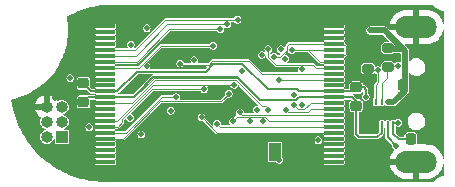
<source format=gbr>
%TF.GenerationSoftware,KiCad,Pcbnew,7.0.7*%
%TF.CreationDate,2023-12-11T16:01:13+01:00*%
%TF.ProjectId,ovrdrive,6f767264-7269-4766-952e-6b696361645f,rev?*%
%TF.SameCoordinates,Original*%
%TF.FileFunction,Copper,L4,Bot*%
%TF.FilePolarity,Positive*%
%FSLAX46Y46*%
G04 Gerber Fmt 4.6, Leading zero omitted, Abs format (unit mm)*
G04 Created by KiCad (PCBNEW 7.0.7) date 2023-12-11 16:01:13*
%MOMM*%
%LPD*%
G01*
G04 APERTURE LIST*
G04 Aperture macros list*
%AMRoundRect*
0 Rectangle with rounded corners*
0 $1 Rounding radius*
0 $2 $3 $4 $5 $6 $7 $8 $9 X,Y pos of 4 corners*
0 Add a 4 corners polygon primitive as box body*
4,1,4,$2,$3,$4,$5,$6,$7,$8,$9,$2,$3,0*
0 Add four circle primitives for the rounded corners*
1,1,$1+$1,$2,$3*
1,1,$1+$1,$4,$5*
1,1,$1+$1,$6,$7*
1,1,$1+$1,$8,$9*
0 Add four rect primitives between the rounded corners*
20,1,$1+$1,$2,$3,$4,$5,0*
20,1,$1+$1,$4,$5,$6,$7,0*
20,1,$1+$1,$6,$7,$8,$9,0*
20,1,$1+$1,$8,$9,$2,$3,0*%
G04 Aperture macros list end*
%TA.AperFunction,ComponentPad*%
%ADD10O,3.500000X1.900000*%
%TD*%
%TA.AperFunction,ComponentPad*%
%ADD11R,1.000000X1.000000*%
%TD*%
%TA.AperFunction,ComponentPad*%
%ADD12O,1.000000X1.000000*%
%TD*%
%TA.AperFunction,SMDPad,CuDef*%
%ADD13RoundRect,0.200000X0.275000X-0.200000X0.275000X0.200000X-0.275000X0.200000X-0.275000X-0.200000X0*%
%TD*%
%TA.AperFunction,SMDPad,CuDef*%
%ADD14RoundRect,0.225000X-0.250000X0.225000X-0.250000X-0.225000X0.250000X-0.225000X0.250000X0.225000X0*%
%TD*%
%TA.AperFunction,SMDPad,CuDef*%
%ADD15R,1.000000X1.500000*%
%TD*%
%TA.AperFunction,SMDPad,CuDef*%
%ADD16RoundRect,0.200000X-0.275000X0.200000X-0.275000X-0.200000X0.275000X-0.200000X0.275000X0.200000X0*%
%TD*%
%TA.AperFunction,SMDPad,CuDef*%
%ADD17RoundRect,0.011200X0.768800X0.128800X-0.768800X0.128800X-0.768800X-0.128800X0.768800X-0.128800X0*%
%TD*%
%TA.AperFunction,SMDPad,CuDef*%
%ADD18RoundRect,0.225000X-0.225000X-0.250000X0.225000X-0.250000X0.225000X0.250000X-0.225000X0.250000X0*%
%TD*%
%TA.AperFunction,SMDPad,CuDef*%
%ADD19R,0.250000X0.500000*%
%TD*%
%TA.AperFunction,SMDPad,CuDef*%
%ADD20R,1.600000X0.900000*%
%TD*%
%TA.AperFunction,ViaPad*%
%ADD21C,0.460000*%
%TD*%
%TA.AperFunction,Conductor*%
%ADD22C,0.100000*%
%TD*%
%TA.AperFunction,Conductor*%
%ADD23C,0.200000*%
%TD*%
%TA.AperFunction,Conductor*%
%ADD24C,0.500000*%
%TD*%
G04 APERTURE END LIST*
D10*
%TO.P,J1,5,Shield*%
%TO.N,GND*%
X142100000Y-98500000D03*
X142100000Y-109900000D03*
%TD*%
D11*
%TO.P,J3,1,MISO*%
%TO.N,/MISO*%
X112070000Y-107800000D03*
D12*
%TO.P,J3,2,VCC*%
%TO.N,+5V*%
X110800000Y-107800000D03*
%TO.P,J3,3,SCK*%
%TO.N,/SCK*%
X112070000Y-106530000D03*
%TO.P,J3,4,MOSI*%
%TO.N,/MOSI*%
X110800000Y-106530000D03*
%TO.P,J3,5,~{RST}*%
%TO.N,/~{RST}*%
X112070000Y-105260000D03*
%TO.P,J3,6,GND*%
%TO.N,GND*%
X110800000Y-105260000D03*
%TD*%
D13*
%TO.P,R14,1*%
%TO.N,/IN1*%
X139700000Y-101925000D03*
%TO.P,R14,2*%
%TO.N,+5V*%
X139700000Y-100275000D03*
%TD*%
D14*
%TO.P,C2,1*%
%TO.N,VMEM*%
X113900000Y-103275000D03*
%TO.P,C2,2*%
%TO.N,VS*%
X113900000Y-104825000D03*
%TD*%
D15*
%TO.P,JP1,1,A*%
%TO.N,GND*%
X128800000Y-109050000D03*
%TO.P,JP1,2,B*%
%TO.N,Net-(JP1-B)*%
X130100000Y-109050000D03*
%TD*%
D16*
%TO.P,R15,1*%
%TO.N,GND*%
X138000000Y-100375000D03*
%TO.P,R15,2*%
%TO.N,/IN2*%
X138000000Y-102025000D03*
%TD*%
D14*
%TO.P,C1,1*%
%TO.N,VMEM*%
X137000000Y-103625000D03*
%TO.P,C1,2*%
%TO.N,VS*%
X137000000Y-105175000D03*
%TD*%
D17*
%TO.P,U2,1,NC*%
%TO.N,unconnected-(U2B-NC-Pad1)*%
X135127500Y-98450000D03*
%TO.P,U2,2,NC*%
%TO.N,unconnected-(U2B-NC-Pad2)*%
X135127500Y-98950000D03*
%TO.P,U2,3,NC*%
%TO.N,unconnected-(U2B-NC-Pad3)*%
X135127500Y-99450000D03*
%TO.P,U2,4,R/~{B3}*%
%TO.N,/RB0*%
X135127500Y-99950000D03*
%TO.P,U2,5,R1/~{B2}*%
%TO.N,/RB1*%
X135127500Y-100450000D03*
%TO.P,U2,6,R/~{B1}*%
%TO.N,/RB0*%
X135127500Y-100950000D03*
%TO.P,U2,7,R1/~{B0}*%
%TO.N,/RB1*%
X135127500Y-101450000D03*
%TO.P,U2,8,~{RE}*%
%TO.N,/~{RE}*%
X135127500Y-101950000D03*
%TO.P,U2,9,~{CE}*%
%TO.N,Net-(U2A-~{CE})*%
X135127500Y-102450000D03*
%TO.P,U2,10,~{CE1}*%
%TO.N,/~{CE1}*%
X135127500Y-102950000D03*
%TO.P,U2,11,NC*%
%TO.N,unconnected-(U2B-NC-Pad11)*%
X135127500Y-103450000D03*
%TO.P,U2,12,VCC*%
%TO.N,VMEM*%
X135127500Y-103950000D03*
%TO.P,U2,13,VSS*%
%TO.N,VS*%
X135127500Y-104450000D03*
%TO.P,U2,14,~{CE2}*%
%TO.N,/~{CE2}*%
X135127500Y-104950000D03*
%TO.P,U2,15,~{CE3}*%
%TO.N,/~{CE3}*%
X135127500Y-105450000D03*
%TO.P,U2,16,CLE*%
%TO.N,/CLE*%
X135127500Y-105950000D03*
%TO.P,U2,17,ALE*%
%TO.N,/ALE*%
X135127500Y-106450000D03*
%TO.P,U2,18,~{WE}*%
%TO.N,/~{WE}*%
X135127500Y-106950000D03*
%TO.P,U2,19,~{WP}*%
%TO.N,/~{WP}*%
X135127500Y-107450000D03*
%TO.P,U2,20,NC*%
%TO.N,unconnected-(U2B-NC-Pad20)*%
X135127500Y-107950000D03*
%TO.P,U2,21,NC*%
%TO.N,unconnected-(U2B-NC-Pad21)*%
X135127500Y-108450000D03*
%TO.P,U2,22,NC*%
%TO.N,unconnected-(U2B-NC-Pad22)*%
X135127500Y-108950000D03*
%TO.P,U2,23,NC*%
%TO.N,unconnected-(U2B-NC-Pad23)*%
X135127500Y-109450000D03*
%TO.P,U2,24,NC*%
%TO.N,unconnected-(U2B-NC-Pad24)*%
X135127500Y-109950000D03*
%TO.P,U2,25,NC*%
%TO.N,unconnected-(U2B-NC-Pad25)*%
X115767500Y-109950000D03*
%TO.P,U2,26,NC*%
%TO.N,unconnected-(U2B-NC-Pad26)*%
X115767500Y-109450000D03*
%TO.P,U2,27,NC*%
%TO.N,unconnected-(U2B-NC-Pad27)*%
X115767500Y-108950000D03*
%TO.P,U2,28,NC*%
%TO.N,unconnected-(U2B-NC-Pad28)*%
X115767500Y-108450000D03*
%TO.P,U2,29,I/O0*%
%TO.N,/FD0*%
X115767500Y-107950000D03*
%TO.P,U2,30,I/O1*%
%TO.N,/FD1*%
X115767500Y-107450000D03*
%TO.P,U2,31,I/O2*%
%TO.N,/FD2*%
X115767500Y-106950000D03*
%TO.P,U2,32,I/O3*%
%TO.N,/FD3*%
X115767500Y-106450000D03*
%TO.P,U2,33,NC*%
%TO.N,unconnected-(U2B-NC-Pad33)*%
X115767500Y-105950000D03*
%TO.P,U2,34,NC*%
%TO.N,unconnected-(U2B-NC-Pad34)*%
X115767500Y-105450000D03*
%TO.P,U2,35,DQS*%
%TO.N,/DQS*%
X115767500Y-104950000D03*
%TO.P,U2,36,VSS*%
%TO.N,VS*%
X115767500Y-104450000D03*
%TO.P,U2,37,VCC*%
%TO.N,VMEM*%
X115767500Y-103950000D03*
%TO.P,U2,38,NC*%
%TO.N,unconnected-(U2B-NC-Pad38)*%
X115767500Y-103450000D03*
%TO.P,U2,39,NC*%
%TO.N,unconnected-(U2B-NC-Pad39)*%
X115767500Y-102950000D03*
%TO.P,U2,40,NC*%
%TO.N,unconnected-(U2B-NC-Pad40)*%
X115767500Y-102450000D03*
%TO.P,U2,41,I/O4*%
%TO.N,/FD4*%
X115767500Y-101950000D03*
%TO.P,U2,42,I/O5*%
%TO.N,/FD5*%
X115767500Y-101450000D03*
%TO.P,U2,43,I/O6*%
%TO.N,/FD6*%
X115767500Y-100950000D03*
%TO.P,U2,44,I/O7*%
%TO.N,/FD7*%
X115767500Y-100450000D03*
%TO.P,U2,45,NC*%
%TO.N,unconnected-(U2B-NC-Pad45)*%
X115767500Y-99950000D03*
%TO.P,U2,46,NC*%
%TO.N,unconnected-(U2B-NC-Pad46)*%
X115767500Y-99450000D03*
%TO.P,U2,47,NC*%
%TO.N,unconnected-(U2B-NC-Pad47)*%
X115767500Y-98950000D03*
%TO.P,U2,48,NC*%
%TO.N,unconnected-(U2B-NC-Pad48)*%
X115767500Y-98450000D03*
%TD*%
D18*
%TO.P,C16,1*%
%TO.N,+5V*%
X140925000Y-103400000D03*
%TO.P,C16,2*%
%TO.N,GND*%
X142475000Y-103400000D03*
%TD*%
D19*
%TO.P,U5,1,VM*%
%TO.N,+3.3V*%
X140150000Y-106750000D03*
%TO.P,U5,2,OUT1*%
%TO.N,VMEM*%
X139650000Y-106750000D03*
%TO.P,U5,3,OUT2*%
%TO.N,VS*%
X139150000Y-106750000D03*
%TO.P,U5,4,GND*%
%TO.N,GND*%
X138650000Y-106750000D03*
%TO.P,U5,5,IN2*%
%TO.N,/IN2*%
X138650000Y-104850000D03*
%TO.P,U5,6,IN1*%
%TO.N,/IN1*%
X139150000Y-104850000D03*
%TO.P,U5,7,~{SLEEP}*%
%TO.N,+5V*%
X139650000Y-104850000D03*
%TO.P,U5,8,VCC*%
X140150000Y-104850000D03*
D20*
%TO.P,U5,9,GND*%
%TO.N,GND*%
X139400000Y-105800000D03*
%TD*%
D18*
%TO.P,C15,1*%
%TO.N,+3.3V*%
X141625000Y-108000000D03*
%TO.P,C15,2*%
%TO.N,GND*%
X143175000Y-108000000D03*
%TD*%
D21*
%TO.N,+1V8*%
X131750000Y-104220000D03*
X127300000Y-102200000D03*
X128600000Y-105500000D03*
X131000000Y-101200000D03*
%TO.N,/MOSI*%
X119243348Y-101843348D03*
%TO.N,/~{RST}*%
X121283771Y-105600000D03*
%TO.N,/INHIBIT*%
X117900000Y-100000000D03*
X112800000Y-102829500D03*
%TO.N,Net-(JP1-B)*%
X130500000Y-109750000D03*
%TO.N,/RB1*%
X131550000Y-100450000D03*
%TO.N,/RB0*%
X130050000Y-101010000D03*
%TO.N,/~{CE1}*%
X130450000Y-102950000D03*
%TO.N,/DQS*%
X129550000Y-105540500D03*
%TO.N,Net-(U2A-~{CE})*%
X122100000Y-101600000D03*
%TO.N,/~{CE3}*%
X131050000Y-105540500D03*
%TO.N,/~{CE2}*%
X131700000Y-105100000D03*
%TO.N,/~{RE}*%
X129550000Y-100400000D03*
%TO.N,/~{CE}*%
X119250000Y-98600000D03*
X128991864Y-100879856D03*
%TO.N,/~{WP}*%
X123900000Y-106150000D03*
%TO.N,/~{WE}*%
X125200000Y-106700000D03*
%TO.N,/ALE*%
X126550000Y-106500000D03*
%TO.N,/CLE*%
X127150000Y-105740500D03*
%TO.N,+3.3V*%
X128000000Y-106500000D03*
X130600000Y-100400000D03*
X140570500Y-106600000D03*
X132400000Y-102100000D03*
X129100000Y-106500000D03*
X123300000Y-101304500D03*
X132400000Y-105100000D03*
%TO.N,GND*%
X108900000Y-105600000D03*
X139600000Y-97400000D03*
X119800000Y-106500000D03*
X117600000Y-109800000D03*
X118200000Y-98400000D03*
X143600000Y-106600000D03*
X132350000Y-101200000D03*
X136500000Y-108600000D03*
X133000000Y-99000000D03*
X114600000Y-99200000D03*
X132500000Y-109000000D03*
X139750000Y-110950000D03*
X114100000Y-107900000D03*
X143600000Y-100400000D03*
X126950000Y-97150000D03*
X122550000Y-105950000D03*
X135500000Y-97050000D03*
X119900000Y-101300000D03*
X126400000Y-100400000D03*
X113350000Y-109800000D03*
X111500000Y-104500000D03*
X122100000Y-99400000D03*
X131000000Y-110600000D03*
X124600000Y-107400000D03*
X126300000Y-110800000D03*
X137000000Y-100400000D03*
X117600000Y-103800000D03*
%TO.N,+5V*%
X138200000Y-98800000D03*
X118800000Y-107600000D03*
X133800000Y-108095500D03*
%TO.N,/FD7*%
X126950000Y-97900000D03*
%TO.N,/FD6*%
X126072701Y-98279500D03*
%TO.N,/FD5*%
X125500000Y-98700000D03*
%TO.N,/FD4*%
X124900000Y-100100000D03*
%TO.N,/FD3*%
X126677375Y-103384648D03*
%TO.N,/FD2*%
X124104500Y-103764148D03*
%TO.N,/FD1*%
X121770207Y-104429793D03*
%TO.N,/FD0*%
X126204500Y-104150000D03*
%TO.N,VMEM*%
X140400000Y-108600000D03*
X137800000Y-104400000D03*
%TO.N,/IN1*%
X140520500Y-101800000D03*
X117845500Y-106200000D03*
%TO.N,/IN2*%
X138825627Y-102157685D03*
X114400000Y-107000000D03*
%TD*%
D22*
%TO.N,/RB1*%
X133950000Y-101450000D02*
X132950000Y-100450000D01*
X132950000Y-100450000D02*
X135127500Y-100450000D01*
X131550000Y-100450000D02*
X132950000Y-100450000D01*
X135127500Y-101450000D02*
X133950000Y-101450000D01*
%TO.N,/RB0*%
X131100000Y-100150000D02*
X131300000Y-99950000D01*
X135127500Y-100950000D02*
X135900000Y-100950000D01*
X130527402Y-101010000D02*
X131100000Y-100437402D01*
X136100000Y-100750000D02*
X136100000Y-100150000D01*
X130050000Y-101010000D02*
X130527402Y-101010000D01*
X131300000Y-99950000D02*
X135127500Y-99950000D01*
X136100000Y-100150000D02*
X135900000Y-99950000D01*
X131100000Y-100437402D02*
X131100000Y-100150000D01*
X135900000Y-100950000D02*
X136100000Y-100750000D01*
%TO.N,/~{CE1}*%
X135127500Y-102950000D02*
X130450000Y-102950000D01*
%TO.N,/DQS*%
X129061428Y-105231299D02*
X129368701Y-105231299D01*
X115767500Y-104950000D02*
X117984316Y-104950000D01*
X119934316Y-103000000D02*
X126830129Y-103000000D01*
X129550000Y-105412598D02*
X129550000Y-105540500D01*
X129368701Y-105231299D02*
X129550000Y-105412598D01*
X126830129Y-103000000D02*
X129061428Y-105231299D01*
X117984316Y-104950000D02*
X119934316Y-103000000D01*
%TO.N,Net-(U2A-~{CE})*%
X127920000Y-101400000D02*
X129000000Y-102480000D01*
X122184500Y-101684500D02*
X124515500Y-101684500D01*
X124800000Y-101400000D02*
X127920000Y-101400000D01*
X124515500Y-101684500D02*
X124800000Y-101400000D01*
X135127500Y-102450000D02*
X135097500Y-102480000D01*
X135097500Y-102480000D02*
X129000000Y-102480000D01*
X122100000Y-101600000D02*
X122184500Y-101684500D01*
%TO.N,/~{CE3}*%
X133150000Y-105450000D02*
X132920000Y-105680000D01*
X135127500Y-105450000D02*
X133150000Y-105450000D01*
X131189500Y-105680000D02*
X132920000Y-105680000D01*
X131050000Y-105540500D02*
X131189500Y-105680000D01*
%TO.N,/~{CE2}*%
X132080000Y-105480000D02*
X132620000Y-105480000D01*
X135127500Y-104950000D02*
X133150000Y-104950000D01*
X131700000Y-105100000D02*
X132080000Y-105480000D01*
X132620000Y-105480000D02*
X133150000Y-104950000D01*
%TO.N,/~{RE}*%
X129550000Y-100400000D02*
X129550000Y-101047402D01*
X129550000Y-101047402D02*
X130222598Y-101720000D01*
X130222598Y-101720000D02*
X133370000Y-101720000D01*
X133370000Y-101720000D02*
X133600000Y-101950000D01*
X133600000Y-101950000D02*
X135127500Y-101950000D01*
%TO.N,/~{WP}*%
X135127500Y-107450000D02*
X125200000Y-107450000D01*
X125200000Y-107450000D02*
X123900000Y-106150000D01*
%TO.N,/~{WE}*%
X125450000Y-106950000D02*
X125200000Y-106700000D01*
X135127500Y-106950000D02*
X125450000Y-106950000D01*
%TO.N,/ALE*%
X129587402Y-106450000D02*
X129257402Y-106120000D01*
X126930000Y-106120000D02*
X126550000Y-106500000D01*
X129257402Y-106120000D02*
X126930000Y-106120000D01*
X135127500Y-106450000D02*
X129587402Y-106450000D01*
%TO.N,/CLE*%
X127329500Y-105920000D02*
X127150000Y-105740500D01*
X135127500Y-105950000D02*
X135097500Y-105920000D01*
X135097500Y-105920000D02*
X127329500Y-105920000D01*
D23*
%TO.N,+3.3V*%
X140300000Y-106600000D02*
X140150000Y-106750000D01*
X140570500Y-106600000D02*
X140300000Y-106600000D01*
X140150000Y-107550000D02*
X140600000Y-108000000D01*
X140150000Y-106750000D02*
X140150000Y-107550000D01*
X140600000Y-108000000D02*
X141625000Y-108000000D01*
D24*
%TO.N,+5V*%
X141100000Y-103900000D02*
X140600000Y-104400000D01*
X138200000Y-98800000D02*
X139400000Y-98800000D01*
X140600000Y-104400000D02*
X140150000Y-104850000D01*
X141100000Y-100500000D02*
X141100000Y-103900000D01*
X139650000Y-104850000D02*
X140150000Y-104850000D01*
X139625000Y-100350000D02*
X140950000Y-100350000D01*
X140950000Y-100350000D02*
X141100000Y-100500000D01*
X140800000Y-104200000D02*
X140600000Y-104400000D01*
X139400000Y-98800000D02*
X139800000Y-99200000D01*
X139800000Y-99200000D02*
X140950000Y-100350000D01*
D22*
%TO.N,/FD7*%
X120850000Y-97900000D02*
X118300000Y-100450000D01*
X126950000Y-97900000D02*
X120850000Y-97900000D01*
X118300000Y-100450000D02*
X115767500Y-100450000D01*
%TO.N,/FD6*%
X126072701Y-98279500D02*
X121020500Y-98279500D01*
X118350000Y-100950000D02*
X115767500Y-100950000D01*
X121020500Y-98279500D02*
X118350000Y-100950000D01*
%TO.N,/FD5*%
X121150000Y-98700000D02*
X118400000Y-101450000D01*
X118400000Y-101450000D02*
X115767500Y-101450000D01*
X125500000Y-98700000D02*
X121150000Y-98700000D01*
%TO.N,/FD4*%
X120450000Y-100100000D02*
X118600000Y-101950000D01*
X124900000Y-100100000D02*
X120450000Y-100100000D01*
X118600000Y-101950000D02*
X115767500Y-101950000D01*
%TO.N,/FD3*%
X116767158Y-106450000D02*
X119832510Y-103384648D01*
X119832510Y-103384648D02*
X126677375Y-103384648D01*
X115767500Y-106450000D02*
X116767158Y-106450000D01*
%TO.N,/FD2*%
X115767500Y-106950000D02*
X116800000Y-106950000D01*
X117200000Y-106300000D02*
X119735852Y-103764148D01*
X117200000Y-106550000D02*
X117200000Y-106300000D01*
X119735852Y-103764148D02*
X124104500Y-103764148D01*
X116800000Y-106950000D02*
X117200000Y-106550000D01*
%TO.N,/FD1*%
X117500000Y-107450000D02*
X120520207Y-104429793D01*
X115767500Y-107450000D02*
X117500000Y-107450000D01*
X120520207Y-104429793D02*
X121770207Y-104429793D01*
%TO.N,/FD0*%
X117282842Y-107950000D02*
X115767500Y-107950000D01*
X125544707Y-104809793D02*
X120423049Y-104809793D01*
X120423049Y-104809793D02*
X117282842Y-107950000D01*
X126204500Y-104150000D02*
X125544707Y-104809793D01*
D23*
%TO.N,VMEM*%
X137000000Y-103625000D02*
X137625000Y-103625000D01*
X124903554Y-101650000D02*
X124280206Y-102273348D01*
X137625000Y-103625000D02*
X137800000Y-103800000D01*
X131990000Y-103790000D02*
X129498112Y-103790000D01*
X114575000Y-103950000D02*
X113900000Y-103275000D01*
X136625000Y-103950000D02*
X135127500Y-103950000D01*
X132150000Y-103950000D02*
X131990000Y-103790000D01*
X137800000Y-103800000D02*
X137800000Y-104400000D01*
X124280206Y-102273348D02*
X118426652Y-102273348D01*
X140400000Y-108600000D02*
X139650000Y-107850000D01*
X129498112Y-103790000D02*
X127358112Y-101650000D01*
X115767500Y-103950000D02*
X114575000Y-103950000D01*
X136975000Y-103600000D02*
X136625000Y-103950000D01*
X135127500Y-103950000D02*
X132150000Y-103950000D01*
X137000000Y-103625000D02*
X136975000Y-103600000D01*
X116750000Y-103950000D02*
X115767500Y-103950000D01*
X139650000Y-107850000D02*
X139650000Y-106750000D01*
X127358112Y-101650000D02*
X124903554Y-101650000D01*
X118426652Y-102273348D02*
X116750000Y-103950000D01*
%TO.N,VS*%
X132128112Y-104450000D02*
X131928112Y-104650000D01*
X139150000Y-107200000D02*
X139150000Y-107450000D01*
D22*
X118201474Y-104450000D02*
X119851474Y-102800000D01*
D23*
X128833683Y-104650000D02*
X126933683Y-102750000D01*
X139150000Y-106750000D02*
X139150000Y-107200000D01*
X131928112Y-104650000D02*
X128833683Y-104650000D01*
X137000000Y-105175000D02*
X137000000Y-104800000D01*
X135127500Y-104450000D02*
X132128112Y-104450000D01*
X119830762Y-102750000D02*
X118165381Y-104415381D01*
X139150000Y-107450000D02*
X138800000Y-107800000D01*
X137000000Y-107600000D02*
X137000000Y-105175000D01*
X137000000Y-104800000D02*
X136650000Y-104450000D01*
X137200000Y-107800000D02*
X137000000Y-107600000D01*
X138800000Y-107800000D02*
X137200000Y-107800000D01*
X114275000Y-104450000D02*
X113900000Y-104825000D01*
X136650000Y-104450000D02*
X135127500Y-104450000D01*
D22*
X119851474Y-102800000D02*
X126937402Y-102800000D01*
D23*
X126933683Y-102750000D02*
X119830762Y-102750000D01*
X115802119Y-104415381D02*
X115767500Y-104450000D01*
X115767500Y-104450000D02*
X114275000Y-104450000D01*
X118165381Y-104415381D02*
X115802119Y-104415381D01*
D22*
%TO.N,/IN1*%
X139600000Y-102800000D02*
X139150000Y-103250000D01*
X140520500Y-101800000D02*
X139825000Y-101800000D01*
X139600000Y-102025000D02*
X139600000Y-102800000D01*
X139825000Y-101800000D02*
X139600000Y-102025000D01*
X139150000Y-104850000D02*
X139150000Y-103250000D01*
%TO.N,/IN2*%
X138870000Y-102202058D02*
X138870000Y-103200000D01*
X138650000Y-103420000D02*
X138870000Y-103200000D01*
X138132685Y-102157685D02*
X138000000Y-102025000D01*
X138650000Y-104850000D02*
X138650000Y-103420000D01*
X138825627Y-102157685D02*
X138132685Y-102157685D01*
X138825627Y-102157685D02*
X138870000Y-102202058D01*
%TD*%
%TA.AperFunction,Conductor*%
%TO.N,GND*%
G36*
X143496587Y-96638571D02*
G01*
X143498948Y-96641105D01*
X143535977Y-96683793D01*
X143557533Y-96708643D01*
X143725459Y-96856897D01*
X143798720Y-96906051D01*
X143911470Y-96981700D01*
X144112322Y-97080875D01*
X144324501Y-97152687D01*
X144394379Y-97166368D01*
X144425623Y-97187109D01*
X144433963Y-97214455D01*
X144433963Y-98243065D01*
X144419611Y-98277713D01*
X144384963Y-98292065D01*
X144350315Y-98277713D01*
X144336631Y-98251130D01*
X144318229Y-98140853D01*
X144239774Y-97912323D01*
X144239770Y-97912313D01*
X144124777Y-97699825D01*
X144124768Y-97699811D01*
X143976364Y-97509141D01*
X143798588Y-97345488D01*
X143596313Y-97213335D01*
X143596307Y-97213331D01*
X143375036Y-97116273D01*
X143375037Y-97116273D01*
X143140801Y-97056956D01*
X142960303Y-97042000D01*
X142354000Y-97042000D01*
X142354000Y-98001000D01*
X142339648Y-98035648D01*
X142305000Y-98050000D01*
X141895000Y-98050000D01*
X141860352Y-98035648D01*
X141846000Y-98001000D01*
X141846000Y-97042000D01*
X141239697Y-97042000D01*
X141059198Y-97056956D01*
X140824963Y-97116273D01*
X140603692Y-97213331D01*
X140603686Y-97213335D01*
X140401411Y-97345488D01*
X140223635Y-97509141D01*
X140075231Y-97699811D01*
X140075222Y-97699825D01*
X139960229Y-97912313D01*
X139960225Y-97912323D01*
X139881770Y-98140853D01*
X139864225Y-98246000D01*
X140842162Y-98246000D01*
X140876810Y-98260352D01*
X140891162Y-98295000D01*
X140884597Y-98319497D01*
X140877371Y-98332013D01*
X140876376Y-98333738D01*
X140876374Y-98333744D01*
X140846190Y-98465988D01*
X140846190Y-98465991D01*
X140846190Y-98465992D01*
X140847801Y-98487484D01*
X140856326Y-98601260D01*
X140856326Y-98601262D01*
X140856327Y-98601265D01*
X140890014Y-98687099D01*
X140889314Y-98724594D01*
X140862304Y-98750613D01*
X140844402Y-98754000D01*
X139869977Y-98754000D01*
X139835329Y-98739648D01*
X139677136Y-98581454D01*
X139670762Y-98573605D01*
X139661714Y-98559756D01*
X139661437Y-98559331D01*
X139661435Y-98559329D01*
X139661433Y-98559327D01*
X139633657Y-98537709D01*
X139631386Y-98535704D01*
X139627307Y-98531625D01*
X139609561Y-98518955D01*
X139569126Y-98487483D01*
X139569124Y-98487482D01*
X139568852Y-98487389D01*
X139556302Y-98480928D01*
X139556069Y-98480761D01*
X139556067Y-98480760D01*
X139506954Y-98466138D01*
X139500458Y-98463908D01*
X139458488Y-98449500D01*
X139458487Y-98449500D01*
X139458205Y-98449500D01*
X139444221Y-98447462D01*
X139443954Y-98447382D01*
X139392769Y-98449500D01*
X138170960Y-98449500D01*
X138084619Y-98463908D01*
X138084618Y-98463908D01*
X138084615Y-98463909D01*
X137981746Y-98519579D01*
X137981741Y-98519583D01*
X137902516Y-98605643D01*
X137855527Y-98712765D01*
X137847074Y-98814783D01*
X137845868Y-98829344D01*
X137853415Y-98859146D01*
X137874584Y-98942742D01*
X137920017Y-99012283D01*
X137938563Y-99040669D01*
X137938567Y-99040672D01*
X138030873Y-99112516D01*
X138030876Y-99112518D01*
X138059612Y-99122383D01*
X138141512Y-99150500D01*
X139234522Y-99150500D01*
X139269170Y-99164852D01*
X139795170Y-99690852D01*
X139809522Y-99725500D01*
X139795170Y-99760148D01*
X139760522Y-99774500D01*
X139380141Y-99774500D01*
X139380131Y-99774501D01*
X139355007Y-99777415D01*
X139252233Y-99822794D01*
X139172794Y-99902233D01*
X139127415Y-100005006D01*
X139124500Y-100030134D01*
X139124500Y-100519858D01*
X139124501Y-100519868D01*
X139127415Y-100544992D01*
X139172794Y-100647766D01*
X139252233Y-100727205D01*
X139355006Y-100772584D01*
X139355009Y-100772585D01*
X139380135Y-100775500D01*
X140019864Y-100775499D01*
X140044991Y-100772585D01*
X140147765Y-100727206D01*
X140160118Y-100714853D01*
X140194765Y-100700500D01*
X140700500Y-100700500D01*
X140735148Y-100714852D01*
X140749500Y-100749500D01*
X140749500Y-101461659D01*
X140735148Y-101496307D01*
X140700500Y-101510659D01*
X140683741Y-101507704D01*
X140578776Y-101469500D01*
X140462224Y-101469500D01*
X140352702Y-101509363D01*
X140352700Y-101509364D01*
X140295549Y-101557320D01*
X140259781Y-101568598D01*
X140229404Y-101554432D01*
X140147766Y-101472794D01*
X140147767Y-101472794D01*
X140044993Y-101427415D01*
X140032428Y-101425957D01*
X140019865Y-101424500D01*
X140019863Y-101424500D01*
X139380141Y-101424500D01*
X139380131Y-101424501D01*
X139355007Y-101427415D01*
X139252233Y-101472794D01*
X139172794Y-101552233D01*
X139127415Y-101655006D01*
X139124500Y-101680134D01*
X139124500Y-101871951D01*
X139110148Y-101906599D01*
X139075500Y-101920951D01*
X139044004Y-101909487D01*
X138993430Y-101867051D01*
X138993424Y-101867048D01*
X138883903Y-101827185D01*
X138767351Y-101827185D01*
X138657829Y-101867047D01*
X138655993Y-101868589D01*
X138654158Y-101869167D01*
X138654119Y-101869190D01*
X138654113Y-101869181D01*
X138620225Y-101879863D01*
X138586960Y-101862544D01*
X138575499Y-101831050D01*
X138575499Y-101780141D01*
X138575498Y-101780135D01*
X138572585Y-101755009D01*
X138527206Y-101652235D01*
X138527205Y-101652234D01*
X138527205Y-101652233D01*
X138447766Y-101572794D01*
X138447767Y-101572794D01*
X138344993Y-101527415D01*
X138332428Y-101525957D01*
X138319865Y-101524500D01*
X138319863Y-101524500D01*
X137680141Y-101524500D01*
X137680131Y-101524501D01*
X137655007Y-101527415D01*
X137552233Y-101572794D01*
X137472794Y-101652233D01*
X137427415Y-101755006D01*
X137424500Y-101780134D01*
X137424500Y-102269858D01*
X137424501Y-102269868D01*
X137427415Y-102294992D01*
X137472794Y-102397766D01*
X137552233Y-102477205D01*
X137552234Y-102477205D01*
X137552235Y-102477206D01*
X137555904Y-102478826D01*
X137655006Y-102522584D01*
X137655009Y-102522585D01*
X137680135Y-102525500D01*
X138319864Y-102525499D01*
X138344991Y-102522585D01*
X138447765Y-102477206D01*
X138527206Y-102397765D01*
X138527207Y-102397761D01*
X138527562Y-102397407D01*
X138562210Y-102383055D01*
X138593707Y-102394519D01*
X138657825Y-102448320D01*
X138657828Y-102448321D01*
X138686173Y-102458638D01*
X138687259Y-102459033D01*
X138714909Y-102484370D01*
X138719500Y-102505078D01*
X138719500Y-103117364D01*
X138705148Y-103152012D01*
X138572096Y-103285065D01*
X138515064Y-103342096D01*
X138515064Y-103342097D01*
X138511425Y-103355678D01*
X138506531Y-103367494D01*
X138499500Y-103379671D01*
X138499499Y-103379674D01*
X138499499Y-103470069D01*
X138499500Y-103470074D01*
X138499500Y-104469977D01*
X138485148Y-104504625D01*
X138477722Y-104510719D01*
X138452544Y-104527541D01*
X138452543Y-104527542D01*
X138430330Y-104560786D01*
X138430330Y-104560787D01*
X138424500Y-104590095D01*
X138424500Y-105109894D01*
X138424501Y-105109898D01*
X138430331Y-105139213D01*
X138430331Y-105139214D01*
X138430332Y-105139215D01*
X138430332Y-105139216D01*
X138446053Y-105162744D01*
X138452543Y-105172457D01*
X138485787Y-105194669D01*
X138515101Y-105200500D01*
X138784898Y-105200499D01*
X138814213Y-105194669D01*
X138847457Y-105172457D01*
X138859258Y-105154793D01*
X138890439Y-105133959D01*
X138927222Y-105141274D01*
X138940740Y-105154792D01*
X138952543Y-105172457D01*
X138985787Y-105194669D01*
X139015101Y-105200500D01*
X139284898Y-105200499D01*
X139314213Y-105194669D01*
X139347457Y-105172457D01*
X139359258Y-105154793D01*
X139390439Y-105133959D01*
X139427222Y-105141274D01*
X139440740Y-105154792D01*
X139452543Y-105172457D01*
X139465822Y-105181329D01*
X139485784Y-105194668D01*
X139485786Y-105194668D01*
X139485787Y-105194669D01*
X139515101Y-105200500D01*
X139581761Y-105200499D01*
X139581767Y-105200500D01*
X139591512Y-105200500D01*
X140015101Y-105200500D01*
X140108567Y-105200500D01*
X140118622Y-105201543D01*
X140122566Y-105202369D01*
X140135315Y-105205043D01*
X140170250Y-105200688D01*
X140173284Y-105200500D01*
X140182984Y-105200500D01*
X140182996Y-105200499D01*
X140284895Y-105200499D01*
X140284898Y-105200499D01*
X140314213Y-105194669D01*
X140347457Y-105172457D01*
X140369669Y-105139213D01*
X140369669Y-105139210D01*
X140371517Y-105134752D01*
X140371947Y-105134930D01*
X140381612Y-105115910D01*
X140402957Y-105092724D01*
X140868375Y-104627307D01*
X140868374Y-104627307D01*
X141068376Y-104427306D01*
X141068377Y-104427304D01*
X141318545Y-104177134D01*
X141326387Y-104170767D01*
X141340669Y-104161437D01*
X141362303Y-104133639D01*
X141364306Y-104131374D01*
X141364447Y-104131233D01*
X141368375Y-104127306D01*
X141381038Y-104109569D01*
X141412517Y-104069126D01*
X141412605Y-104068867D01*
X141419077Y-104056292D01*
X141419240Y-104056066D01*
X141433861Y-104006954D01*
X141450500Y-103958488D01*
X141450500Y-103958202D01*
X141452537Y-103944222D01*
X141452617Y-103943954D01*
X141450500Y-103892758D01*
X141450500Y-103786636D01*
X141455091Y-103765928D01*
X141457497Y-103760767D01*
X141469259Y-103735545D01*
X141475500Y-103688139D01*
X141475499Y-103111862D01*
X141469259Y-103064455D01*
X141455090Y-103034071D01*
X141450500Y-103013363D01*
X141450500Y-102432228D01*
X141464852Y-102397580D01*
X141499500Y-102383228D01*
X141534148Y-102397580D01*
X141538804Y-102402968D01*
X141550387Y-102418528D01*
X141550389Y-102418529D01*
X141550390Y-102418530D01*
X141684786Y-102531302D01*
X141841567Y-102610040D01*
X142012279Y-102650500D01*
X142012280Y-102650500D01*
X142143705Y-102650500D01*
X142143709Y-102650500D01*
X142274255Y-102635241D01*
X142439117Y-102575237D01*
X142585696Y-102478830D01*
X142602292Y-102461240D01*
X142662515Y-102397407D01*
X142706092Y-102351218D01*
X142793812Y-102199281D01*
X142844130Y-102031210D01*
X142854331Y-101856065D01*
X142823865Y-101683289D01*
X142754377Y-101522196D01*
X142753114Y-101520500D01*
X142699722Y-101448782D01*
X142649610Y-101381470D01*
X142577747Y-101321170D01*
X142515214Y-101268698D01*
X142358434Y-101189960D01*
X142358432Y-101189959D01*
X142226100Y-101158596D01*
X142187721Y-101149500D01*
X142056291Y-101149500D01*
X141972175Y-101159332D01*
X141925743Y-101164759D01*
X141925742Y-101164760D01*
X141760883Y-101224762D01*
X141614305Y-101321169D01*
X141614299Y-101321173D01*
X141535141Y-101405077D01*
X141500925Y-101420430D01*
X141465874Y-101407092D01*
X141450521Y-101372876D01*
X141450500Y-101371451D01*
X141450500Y-100541431D01*
X141451543Y-100531375D01*
X141451871Y-100529811D01*
X141455043Y-100514685D01*
X141450688Y-100479749D01*
X141450500Y-100476716D01*
X141450500Y-100470964D01*
X141450500Y-100470960D01*
X141446912Y-100449459D01*
X141440573Y-100398607D01*
X141440447Y-100398350D01*
X141436138Y-100384893D01*
X141436092Y-100384620D01*
X141436092Y-100384619D01*
X141411704Y-100339555D01*
X141389198Y-100293516D01*
X141388998Y-100293316D01*
X141380551Y-100281988D01*
X141380418Y-100281742D01*
X141342724Y-100247042D01*
X141227136Y-100131454D01*
X141220762Y-100123605D01*
X141219895Y-100122278D01*
X141211437Y-100109331D01*
X141211435Y-100109330D01*
X141211435Y-100109329D01*
X141183658Y-100087709D01*
X141181380Y-100085698D01*
X141176682Y-100080999D01*
X141176652Y-100080971D01*
X141131392Y-100035711D01*
X141117041Y-100001064D01*
X141131393Y-99966416D01*
X141166041Y-99952064D01*
X141170088Y-99952231D01*
X141239698Y-99958000D01*
X141846000Y-99958000D01*
X141846000Y-98999000D01*
X141860352Y-98964352D01*
X141895000Y-98950000D01*
X142305000Y-98950000D01*
X142339648Y-98964352D01*
X142354000Y-98999000D01*
X142354000Y-99958000D01*
X142960303Y-99958000D01*
X143140801Y-99943043D01*
X143375036Y-99883726D01*
X143596307Y-99786668D01*
X143596313Y-99786664D01*
X143798588Y-99654511D01*
X143976364Y-99490858D01*
X144124768Y-99300188D01*
X144124777Y-99300174D01*
X144239770Y-99087686D01*
X144239774Y-99087676D01*
X144318229Y-98859146D01*
X144336631Y-98748869D01*
X144356490Y-98717056D01*
X144393028Y-98708602D01*
X144424841Y-98728461D01*
X144433963Y-98756934D01*
X144433963Y-109643065D01*
X144419611Y-109677713D01*
X144384963Y-109692065D01*
X144350315Y-109677713D01*
X144336631Y-109651130D01*
X144318229Y-109540853D01*
X144239774Y-109312323D01*
X144239770Y-109312313D01*
X144124777Y-109099825D01*
X144124768Y-109099811D01*
X143976364Y-108909141D01*
X143798588Y-108745488D01*
X143596313Y-108613335D01*
X143596307Y-108613331D01*
X143375036Y-108516273D01*
X143375037Y-108516273D01*
X143140801Y-108456956D01*
X142960303Y-108442000D01*
X142196533Y-108442000D01*
X142161885Y-108427648D01*
X142147533Y-108393000D01*
X142152124Y-108372292D01*
X142167547Y-108339216D01*
X142169259Y-108335545D01*
X142175500Y-108288139D01*
X142175499Y-107711862D01*
X142169259Y-107664455D01*
X142169258Y-107664453D01*
X142138970Y-107599500D01*
X142120747Y-107560421D01*
X142120746Y-107560420D01*
X142120745Y-107560418D01*
X142039581Y-107479254D01*
X142039579Y-107479253D01*
X141987862Y-107455137D01*
X141935546Y-107430741D01*
X141926063Y-107429492D01*
X141888139Y-107424500D01*
X141888135Y-107424500D01*
X141361867Y-107424500D01*
X141361861Y-107424501D01*
X141314454Y-107430740D01*
X141210420Y-107479253D01*
X141210418Y-107479254D01*
X141129254Y-107560418D01*
X141129253Y-107560420D01*
X141080742Y-107664452D01*
X141080741Y-107664453D01*
X141079247Y-107675801D01*
X141074642Y-107710789D01*
X141074500Y-107711864D01*
X141074500Y-107750500D01*
X141060148Y-107785148D01*
X141025500Y-107799500D01*
X140703345Y-107799500D01*
X140668697Y-107785148D01*
X140364852Y-107481303D01*
X140350500Y-107446655D01*
X140350500Y-107082765D01*
X140358757Y-107055543D01*
X140369669Y-107039213D01*
X140375500Y-107009899D01*
X140375499Y-106950714D01*
X140389850Y-106916067D01*
X140424498Y-106901715D01*
X140441258Y-106904670D01*
X140512224Y-106930500D01*
X140628776Y-106930500D01*
X140738299Y-106890636D01*
X140827583Y-106815718D01*
X140872883Y-106737256D01*
X140885858Y-106714783D01*
X140885858Y-106714782D01*
X140885859Y-106714781D01*
X140906098Y-106600000D01*
X140896212Y-106543935D01*
X141345669Y-106543935D01*
X141376135Y-106716711D01*
X141445623Y-106877804D01*
X141445624Y-106877806D01*
X141505536Y-106958281D01*
X141550390Y-107018530D01*
X141684786Y-107131302D01*
X141841567Y-107210040D01*
X142012279Y-107250500D01*
X142012280Y-107250500D01*
X142143705Y-107250500D01*
X142143709Y-107250500D01*
X142274255Y-107235241D01*
X142439117Y-107175237D01*
X142585696Y-107078830D01*
X142608615Y-107054538D01*
X142706087Y-106951223D01*
X142706092Y-106951218D01*
X142793812Y-106799281D01*
X142844130Y-106631210D01*
X142854331Y-106456065D01*
X142823865Y-106283289D01*
X142754377Y-106122196D01*
X142739473Y-106102177D01*
X142689625Y-106035219D01*
X142649610Y-105981470D01*
X142647567Y-105979756D01*
X142515214Y-105868698D01*
X142358434Y-105789960D01*
X142358432Y-105789959D01*
X142223184Y-105757905D01*
X142187721Y-105749500D01*
X142056291Y-105749500D01*
X141969260Y-105759672D01*
X141925743Y-105764759D01*
X141925742Y-105764760D01*
X141760883Y-105824762D01*
X141614305Y-105921169D01*
X141614299Y-105921173D01*
X141493912Y-106048776D01*
X141493907Y-106048783D01*
X141406189Y-106200716D01*
X141406185Y-106200725D01*
X141355871Y-106368785D01*
X141355869Y-106368792D01*
X141346451Y-106530500D01*
X141345669Y-106543935D01*
X140896212Y-106543935D01*
X140885859Y-106485219D01*
X140885858Y-106485217D01*
X140885858Y-106485216D01*
X140827584Y-106384283D01*
X140827582Y-106384280D01*
X140738299Y-106309364D01*
X140738297Y-106309363D01*
X140628776Y-106269500D01*
X140512224Y-106269500D01*
X140402702Y-106309363D01*
X140402700Y-106309364D01*
X140390621Y-106319500D01*
X140313420Y-106384280D01*
X140310134Y-106387037D01*
X140308770Y-106385412D01*
X140282077Y-106399313D01*
X140277799Y-106399500D01*
X140015105Y-106399500D01*
X140015104Y-106399500D01*
X140015102Y-106399501D01*
X139985787Y-106405331D01*
X139985786Y-106405331D01*
X139985784Y-106405332D01*
X139985783Y-106405332D01*
X139952543Y-106427542D01*
X139952542Y-106427543D01*
X139940740Y-106445206D01*
X139909557Y-106466041D01*
X139872775Y-106458723D01*
X139859259Y-106445207D01*
X139847457Y-106427543D01*
X139816882Y-106407114D01*
X139814212Y-106405330D01*
X139784901Y-106399500D01*
X139515105Y-106399500D01*
X139515104Y-106399500D01*
X139515102Y-106399501D01*
X139485787Y-106405331D01*
X139485786Y-106405331D01*
X139485784Y-106405332D01*
X139485783Y-106405332D01*
X139452543Y-106427542D01*
X139452542Y-106427543D01*
X139440740Y-106445206D01*
X139409557Y-106466041D01*
X139372775Y-106458723D01*
X139359259Y-106445207D01*
X139347457Y-106427543D01*
X139316882Y-106407114D01*
X139314212Y-106405330D01*
X139284901Y-106399500D01*
X139015105Y-106399500D01*
X139015104Y-106399500D01*
X139015102Y-106399501D01*
X138985787Y-106405331D01*
X138985786Y-106405331D01*
X138985784Y-106405332D01*
X138985783Y-106405332D01*
X138952543Y-106427542D01*
X138930330Y-106460786D01*
X138930330Y-106460787D01*
X138924500Y-106490095D01*
X138924500Y-107009894D01*
X138924501Y-107009898D01*
X138926712Y-107021015D01*
X138930331Y-107039213D01*
X138930333Y-107039217D01*
X138941242Y-107055543D01*
X138949500Y-107082766D01*
X138949500Y-107346654D01*
X138935148Y-107381302D01*
X138731303Y-107585148D01*
X138696655Y-107599500D01*
X137303346Y-107599500D01*
X137268698Y-107585148D01*
X137214852Y-107531302D01*
X137200500Y-107496654D01*
X137200500Y-105774499D01*
X137214852Y-105739851D01*
X137249500Y-105725499D01*
X137288133Y-105725499D01*
X137288138Y-105725499D01*
X137335545Y-105719259D01*
X137439579Y-105670747D01*
X137520747Y-105589579D01*
X137569259Y-105485545D01*
X137575500Y-105438139D01*
X137575499Y-104911862D01*
X137569259Y-104864455D01*
X137569258Y-104864453D01*
X137542816Y-104807748D01*
X137520747Y-104760421D01*
X137520746Y-104760420D01*
X137520745Y-104760418D01*
X137439581Y-104679254D01*
X137439579Y-104679253D01*
X137365997Y-104644941D01*
X137335546Y-104630741D01*
X137326063Y-104629492D01*
X137288139Y-104624500D01*
X137288135Y-104624500D01*
X137128346Y-104624500D01*
X137093698Y-104610148D01*
X136821750Y-104338201D01*
X136812249Y-104324809D01*
X136810789Y-104321777D01*
X136802306Y-104315012D01*
X136784876Y-104301111D01*
X136782838Y-104299289D01*
X136775801Y-104292252D01*
X136775799Y-104292251D01*
X136767370Y-104286953D01*
X136765130Y-104285363D01*
X136736848Y-104262809D01*
X136718707Y-104229985D01*
X136729089Y-104193948D01*
X136761913Y-104175807D01*
X136767382Y-104175499D01*
X137288138Y-104175499D01*
X137335545Y-104169259D01*
X137439579Y-104120747D01*
X137471077Y-104089249D01*
X137515852Y-104044475D01*
X137550500Y-104030123D01*
X137585148Y-104044475D01*
X137599500Y-104079123D01*
X137599500Y-104113953D01*
X137585148Y-104148601D01*
X137581997Y-104151489D01*
X137542917Y-104184280D01*
X137542915Y-104184283D01*
X137484641Y-104285216D01*
X137464402Y-104400000D01*
X137484641Y-104514783D01*
X137542915Y-104615716D01*
X137542917Y-104615719D01*
X137608188Y-104670487D01*
X137632201Y-104690636D01*
X137741724Y-104730500D01*
X137858276Y-104730500D01*
X137967799Y-104690636D01*
X138057083Y-104615718D01*
X138088798Y-104560786D01*
X138115358Y-104514783D01*
X138115358Y-104514782D01*
X138115359Y-104514781D01*
X138135598Y-104400000D01*
X138115359Y-104285219D01*
X138115358Y-104285217D01*
X138115358Y-104285216D01*
X138057084Y-104184283D01*
X138057082Y-104184280D01*
X138018003Y-104151489D01*
X138000686Y-104118223D01*
X138000500Y-104113953D01*
X138000500Y-103842388D01*
X138003251Y-103826202D01*
X138003622Y-103825140D01*
X138004362Y-103823026D01*
X138000653Y-103790113D01*
X138000500Y-103787369D01*
X138000500Y-103777409D01*
X137998284Y-103767703D01*
X137997823Y-103764990D01*
X137995145Y-103741220D01*
X137994115Y-103732076D01*
X137992321Y-103729221D01*
X137986038Y-103714049D01*
X137985290Y-103710769D01*
X137985289Y-103710767D01*
X137964634Y-103684868D01*
X137963042Y-103682625D01*
X137957748Y-103674198D01*
X137950701Y-103667151D01*
X137948877Y-103665110D01*
X137944268Y-103659331D01*
X137928224Y-103639212D01*
X137928223Y-103639211D01*
X137925185Y-103637748D01*
X137911800Y-103628250D01*
X137796750Y-103513201D01*
X137787249Y-103499809D01*
X137785789Y-103496777D01*
X137785788Y-103496776D01*
X137759876Y-103476111D01*
X137757838Y-103474289D01*
X137750801Y-103467252D01*
X137750799Y-103467251D01*
X137742370Y-103461953D01*
X137740130Y-103460363D01*
X137714230Y-103439709D01*
X137710944Y-103438959D01*
X137695778Y-103432677D01*
X137692926Y-103430885D01*
X137692922Y-103430883D01*
X137660006Y-103427175D01*
X137657296Y-103426715D01*
X137647590Y-103424500D01*
X137637632Y-103424500D01*
X137634891Y-103424346D01*
X137627608Y-103423525D01*
X137619012Y-103422557D01*
X137586189Y-103404415D01*
X137575499Y-103373865D01*
X137575499Y-103361867D01*
X137575499Y-103361864D01*
X137575499Y-103361862D01*
X137569259Y-103314455D01*
X137569258Y-103314453D01*
X137534851Y-103240667D01*
X137520747Y-103210421D01*
X137520746Y-103210420D01*
X137520745Y-103210418D01*
X137439581Y-103129254D01*
X137439579Y-103129253D01*
X137335547Y-103080742D01*
X137335546Y-103080741D01*
X137326063Y-103079492D01*
X137288139Y-103074500D01*
X137288135Y-103074500D01*
X136711867Y-103074500D01*
X136711861Y-103074501D01*
X136664454Y-103080740D01*
X136560420Y-103129253D01*
X136560418Y-103129254D01*
X136479254Y-103210418D01*
X136479253Y-103210420D01*
X136430742Y-103314452D01*
X136430741Y-103314453D01*
X136430741Y-103314454D01*
X136430741Y-103314455D01*
X136424500Y-103361861D01*
X136424500Y-103549500D01*
X136424501Y-103700500D01*
X136410149Y-103735148D01*
X136375501Y-103749500D01*
X136004911Y-103749500D01*
X135977680Y-103741237D01*
X135976932Y-103740737D01*
X135956103Y-103709550D01*
X135963426Y-103672769D01*
X135973436Y-103662761D01*
X135973419Y-103662744D01*
X135976830Y-103659332D01*
X135976831Y-103659331D01*
X136001519Y-103622383D01*
X136008000Y-103589800D01*
X136008000Y-103310200D01*
X136001519Y-103277617D01*
X135976831Y-103240669D01*
X135976830Y-103240667D01*
X135973419Y-103237256D01*
X135974134Y-103236540D01*
X135956105Y-103209564D01*
X135963418Y-103172781D01*
X135973437Y-103162762D01*
X135973419Y-103162744D01*
X135976830Y-103159332D01*
X135981721Y-103152012D01*
X136001519Y-103122383D01*
X136008000Y-103089800D01*
X136008000Y-102810200D01*
X136001519Y-102777617D01*
X135976831Y-102740669D01*
X135976830Y-102740667D01*
X135973419Y-102737256D01*
X135974134Y-102736540D01*
X135956105Y-102709564D01*
X135963418Y-102672781D01*
X135973437Y-102662762D01*
X135973419Y-102662744D01*
X135976830Y-102659332D01*
X135976831Y-102659331D01*
X136001519Y-102622383D01*
X136008000Y-102589800D01*
X136008000Y-102310200D01*
X136001519Y-102277617D01*
X135976831Y-102240669D01*
X135976830Y-102240667D01*
X135973419Y-102237256D01*
X135974134Y-102236540D01*
X135956105Y-102209564D01*
X135963418Y-102172781D01*
X135973437Y-102162762D01*
X135973419Y-102162744D01*
X135976830Y-102159332D01*
X135979283Y-102155661D01*
X136001519Y-102122383D01*
X136008000Y-102089800D01*
X136008000Y-101810200D01*
X136001519Y-101777617D01*
X135976831Y-101740669D01*
X135976830Y-101740667D01*
X135973419Y-101737256D01*
X135974134Y-101736540D01*
X135956105Y-101709564D01*
X135963418Y-101672781D01*
X135973437Y-101662762D01*
X135973419Y-101662744D01*
X135976830Y-101659332D01*
X135976831Y-101659331D01*
X136001519Y-101622383D01*
X136008000Y-101589800D01*
X136008000Y-101310200D01*
X136001519Y-101277617D01*
X135976831Y-101240669D01*
X135976830Y-101240667D01*
X135973419Y-101237256D01*
X135974134Y-101236540D01*
X135956105Y-101209564D01*
X135963418Y-101172781D01*
X135973437Y-101162762D01*
X135973419Y-101162744D01*
X135976830Y-101159332D01*
X135977322Y-101158596D01*
X136001519Y-101122383D01*
X136008000Y-101089800D01*
X136008000Y-101075136D01*
X136022352Y-101040488D01*
X136041822Y-101021018D01*
X136041826Y-101021011D01*
X136220430Y-100842409D01*
X136234935Y-100827904D01*
X136238574Y-100814319D01*
X136243471Y-100802499D01*
X136245577Y-100798853D01*
X136250500Y-100790327D01*
X136250501Y-100709673D01*
X136250500Y-100709671D01*
X136250500Y-100130186D01*
X136250500Y-100130185D01*
X136250500Y-100109673D01*
X136243466Y-100097491D01*
X136238573Y-100085678D01*
X136234935Y-100072096D01*
X136177905Y-100015065D01*
X136177903Y-100015064D01*
X136175111Y-100012272D01*
X136175111Y-100012271D01*
X136175108Y-100012269D01*
X136022352Y-99859512D01*
X136008000Y-99824864D01*
X136008000Y-99810203D01*
X136008000Y-99810202D01*
X136008000Y-99810200D01*
X136001519Y-99777617D01*
X135976831Y-99740669D01*
X135976830Y-99740667D01*
X135973419Y-99737256D01*
X135974134Y-99736540D01*
X135956105Y-99709564D01*
X135963418Y-99672781D01*
X135973437Y-99662762D01*
X135973419Y-99662744D01*
X135976830Y-99659332D01*
X135976831Y-99659331D01*
X136001519Y-99622383D01*
X136008000Y-99589800D01*
X136008000Y-99310200D01*
X136001519Y-99277617D01*
X135989258Y-99259267D01*
X135976830Y-99240667D01*
X135973419Y-99237256D01*
X135974134Y-99236540D01*
X135956105Y-99209564D01*
X135963418Y-99172781D01*
X135973437Y-99162762D01*
X135973419Y-99162744D01*
X135976830Y-99159332D01*
X135976831Y-99159331D01*
X136001519Y-99122383D01*
X136008000Y-99089800D01*
X136008000Y-98810200D01*
X136001519Y-98777617D01*
X135985739Y-98754000D01*
X135976830Y-98740667D01*
X135973419Y-98737256D01*
X135974134Y-98736540D01*
X135956105Y-98709564D01*
X135963418Y-98672781D01*
X135973437Y-98662762D01*
X135973419Y-98662744D01*
X135976830Y-98659332D01*
X135976831Y-98659331D01*
X136001519Y-98622383D01*
X136008000Y-98589800D01*
X136008000Y-98310200D01*
X136001519Y-98277617D01*
X135983821Y-98251130D01*
X135976831Y-98240668D01*
X135939883Y-98215981D01*
X135939882Y-98215981D01*
X135907300Y-98209500D01*
X134347700Y-98209500D01*
X134323262Y-98214360D01*
X134315116Y-98215981D01*
X134278168Y-98240668D01*
X134253481Y-98277616D01*
X134253480Y-98277617D01*
X134253481Y-98277617D01*
X134247000Y-98310200D01*
X134247000Y-98589800D01*
X134251018Y-98610000D01*
X134253481Y-98622383D01*
X134278169Y-98659332D01*
X134281581Y-98662744D01*
X134280866Y-98663458D01*
X134298895Y-98690441D01*
X134291578Y-98727224D01*
X134281563Y-98737238D01*
X134281581Y-98737256D01*
X134278169Y-98740667D01*
X134253481Y-98777616D01*
X134253480Y-98777617D01*
X134253481Y-98777617D01*
X134247000Y-98810200D01*
X134247000Y-99089800D01*
X134251519Y-99112517D01*
X134253481Y-99122383D01*
X134278169Y-99159332D01*
X134281581Y-99162744D01*
X134280866Y-99163458D01*
X134298895Y-99190441D01*
X134291578Y-99227224D01*
X134281563Y-99237238D01*
X134281581Y-99237256D01*
X134278169Y-99240667D01*
X134253481Y-99277616D01*
X134253480Y-99277617D01*
X134253481Y-99277617D01*
X134247000Y-99310200D01*
X134247000Y-99589800D01*
X134253481Y-99622383D01*
X134278169Y-99659332D01*
X134281581Y-99662744D01*
X134280866Y-99663458D01*
X134298895Y-99690441D01*
X134291578Y-99727224D01*
X134281563Y-99737238D01*
X134281581Y-99737256D01*
X134278171Y-99740665D01*
X134269078Y-99754273D01*
X134253481Y-99777617D01*
X134253480Y-99777619D01*
X134253412Y-99777722D01*
X134222229Y-99798558D01*
X134212669Y-99799500D01*
X131259671Y-99799500D01*
X131247494Y-99806531D01*
X131235678Y-99811425D01*
X131222098Y-99815063D01*
X131222097Y-99815064D01*
X131165065Y-99872095D01*
X131165064Y-99872096D01*
X131022096Y-100015065D01*
X130965064Y-100072096D01*
X130965064Y-100072097D01*
X130961425Y-100085678D01*
X130956531Y-100097494D01*
X130949500Y-100109671D01*
X130949499Y-100109674D01*
X130949499Y-100161481D01*
X130935147Y-100196129D01*
X130900498Y-100210480D01*
X130865850Y-100196128D01*
X130858064Y-100185980D01*
X130857084Y-100184283D01*
X130857082Y-100184280D01*
X130767799Y-100109364D01*
X130767797Y-100109363D01*
X130658276Y-100069500D01*
X130541724Y-100069500D01*
X130432202Y-100109363D01*
X130432200Y-100109364D01*
X130342917Y-100184280D01*
X130342915Y-100184283D01*
X130284641Y-100285216D01*
X130264402Y-100400000D01*
X130284641Y-100514783D01*
X130342915Y-100615716D01*
X130342917Y-100615719D01*
X130398982Y-100662762D01*
X130432201Y-100690636D01*
X130449499Y-100696932D01*
X130507820Y-100718160D01*
X130535470Y-100743497D01*
X130537106Y-100780964D01*
X130525709Y-100798853D01*
X130479414Y-100845148D01*
X130444768Y-100859500D01*
X130373027Y-100859500D01*
X130338379Y-100845148D01*
X130330592Y-100835000D01*
X130307084Y-100794283D01*
X130307082Y-100794280D01*
X130217799Y-100719364D01*
X130217797Y-100719363D01*
X130108276Y-100679500D01*
X129991724Y-100679500D01*
X129882202Y-100719363D01*
X129882200Y-100719364D01*
X129792917Y-100794280D01*
X129792915Y-100794283D01*
X129791934Y-100795983D01*
X129790685Y-100796940D01*
X129790162Y-100797565D01*
X129790023Y-100797448D01*
X129762180Y-100818812D01*
X129724998Y-100813915D01*
X129702169Y-100784161D01*
X129700500Y-100771482D01*
X129700500Y-100765072D01*
X129700500Y-100727998D01*
X129714850Y-100693353D01*
X129717979Y-100690484D01*
X129807083Y-100615718D01*
X129852906Y-100536350D01*
X129865358Y-100514783D01*
X129865358Y-100514782D01*
X129865359Y-100514781D01*
X129885598Y-100400000D01*
X129865359Y-100285219D01*
X129865358Y-100285217D01*
X129865358Y-100285216D01*
X129807084Y-100184283D01*
X129807082Y-100184280D01*
X129717799Y-100109364D01*
X129717797Y-100109363D01*
X129608276Y-100069500D01*
X129491724Y-100069500D01*
X129382202Y-100109363D01*
X129382200Y-100109364D01*
X129292917Y-100184280D01*
X129292915Y-100184283D01*
X129234641Y-100285216D01*
X129214402Y-100400000D01*
X129234641Y-100514783D01*
X129249512Y-100540539D01*
X129254407Y-100577721D01*
X129231577Y-100607474D01*
X129194395Y-100612369D01*
X129175581Y-100602576D01*
X129159663Y-100589220D01*
X129159661Y-100589219D01*
X129050140Y-100549356D01*
X128933588Y-100549356D01*
X128824066Y-100589219D01*
X128824064Y-100589220D01*
X128734781Y-100664136D01*
X128734779Y-100664139D01*
X128676505Y-100765072D01*
X128656266Y-100879856D01*
X128676505Y-100994639D01*
X128734779Y-101095572D01*
X128734781Y-101095575D01*
X128799933Y-101150243D01*
X128824065Y-101170492D01*
X128933588Y-101210356D01*
X129050140Y-101210356D01*
X129159663Y-101170492D01*
X129248947Y-101095574D01*
X129307223Y-100994637D01*
X129307223Y-100994632D01*
X129308063Y-100993179D01*
X129337816Y-100970349D01*
X129374999Y-100975243D01*
X129397829Y-101004996D01*
X129399499Y-101017678D01*
X129399499Y-101087727D01*
X129399500Y-101087729D01*
X129406531Y-101099907D01*
X129411425Y-101111724D01*
X129415063Y-101125302D01*
X129415064Y-101125304D01*
X129415065Y-101125306D01*
X129472095Y-101182337D01*
X129478986Y-101189228D01*
X129478989Y-101189230D01*
X130087663Y-101797904D01*
X130144694Y-101854935D01*
X130158276Y-101858573D01*
X130170089Y-101863466D01*
X130182271Y-101870500D01*
X130202784Y-101870500D01*
X132066003Y-101870500D01*
X132100651Y-101884852D01*
X132115003Y-101919500D01*
X132108438Y-101944000D01*
X132084641Y-101985216D01*
X132064402Y-102100000D01*
X132084641Y-102214783D01*
X132108438Y-102256000D01*
X132113333Y-102293183D01*
X132090503Y-102322935D01*
X132066003Y-102329500D01*
X129082635Y-102329500D01*
X129047987Y-102315148D01*
X128530743Y-101797904D01*
X128012409Y-101279570D01*
X128001537Y-101268698D01*
X127997905Y-101265065D01*
X127997902Y-101265063D01*
X127984322Y-101261425D01*
X127972505Y-101256531D01*
X127960327Y-101249500D01*
X127960324Y-101249499D01*
X127873973Y-101249499D01*
X127873965Y-101249500D01*
X124759671Y-101249500D01*
X124747494Y-101256531D01*
X124735678Y-101261425D01*
X124722098Y-101265063D01*
X124722097Y-101265064D01*
X124722095Y-101265065D01*
X124722096Y-101265065D01*
X124665065Y-101322095D01*
X124665064Y-101322096D01*
X124559746Y-101427415D01*
X124467513Y-101519648D01*
X124432865Y-101534000D01*
X123633997Y-101534000D01*
X123599349Y-101519648D01*
X123584997Y-101485000D01*
X123591562Y-101460500D01*
X123615358Y-101419283D01*
X123615358Y-101419282D01*
X123615359Y-101419281D01*
X123635598Y-101304500D01*
X123615359Y-101189719D01*
X123615358Y-101189717D01*
X123615358Y-101189716D01*
X123557084Y-101088783D01*
X123557082Y-101088780D01*
X123467799Y-101013864D01*
X123467797Y-101013863D01*
X123358276Y-100974000D01*
X123241724Y-100974000D01*
X123132202Y-101013863D01*
X123132200Y-101013864D01*
X123042917Y-101088780D01*
X123042915Y-101088783D01*
X122984641Y-101189716D01*
X122964402Y-101304500D01*
X122984641Y-101419283D01*
X123008438Y-101460500D01*
X123013333Y-101497683D01*
X122990503Y-101527435D01*
X122966003Y-101534000D01*
X122465076Y-101534000D01*
X122430428Y-101519648D01*
X122416821Y-101493510D01*
X122415359Y-101485219D01*
X122381986Y-101427415D01*
X122357084Y-101384283D01*
X122357082Y-101384280D01*
X122267799Y-101309364D01*
X122267797Y-101309363D01*
X122158276Y-101269500D01*
X122041724Y-101269500D01*
X121932202Y-101309363D01*
X121932200Y-101309364D01*
X121842917Y-101384280D01*
X121842915Y-101384283D01*
X121784641Y-101485216D01*
X121764402Y-101600000D01*
X121784641Y-101714783D01*
X121842915Y-101815716D01*
X121842917Y-101815719D01*
X121907012Y-101869500D01*
X121932201Y-101890636D01*
X122041724Y-101930500D01*
X122158276Y-101930500D01*
X122267799Y-101890636D01*
X122320442Y-101846463D01*
X122351938Y-101835000D01*
X124316709Y-101835000D01*
X124351357Y-101849352D01*
X124365709Y-101884000D01*
X124351357Y-101918648D01*
X124211509Y-102058496D01*
X124176861Y-102072848D01*
X119577345Y-102072848D01*
X119542697Y-102058496D01*
X119528345Y-102023848D01*
X119534910Y-101999348D01*
X119558706Y-101958131D01*
X119558706Y-101958130D01*
X119558707Y-101958129D01*
X119578946Y-101843348D01*
X119558707Y-101728567D01*
X119558706Y-101728565D01*
X119558706Y-101728564D01*
X119500432Y-101627631D01*
X119500430Y-101627628D01*
X119411147Y-101552712D01*
X119411145Y-101552711D01*
X119336044Y-101525376D01*
X119308394Y-101500039D01*
X119306758Y-101462572D01*
X119318153Y-101444685D01*
X120497986Y-100264851D01*
X120532635Y-100250500D01*
X124576973Y-100250500D01*
X124611621Y-100264852D01*
X124619408Y-100275000D01*
X124642915Y-100315716D01*
X124642917Y-100315719D01*
X124719825Y-100380251D01*
X124732201Y-100390636D01*
X124841724Y-100430500D01*
X124958276Y-100430500D01*
X125067799Y-100390636D01*
X125157083Y-100315718D01*
X125202383Y-100237256D01*
X125215358Y-100214783D01*
X125215358Y-100214782D01*
X125215359Y-100214781D01*
X125235598Y-100100000D01*
X125215359Y-99985219D01*
X125215358Y-99985217D01*
X125215358Y-99985216D01*
X125157084Y-99884283D01*
X125157082Y-99884280D01*
X125067799Y-99809364D01*
X125067797Y-99809363D01*
X124958276Y-99769500D01*
X124841724Y-99769500D01*
X124732202Y-99809363D01*
X124732200Y-99809364D01*
X124642917Y-99884280D01*
X124642915Y-99884283D01*
X124619408Y-99925000D01*
X124589655Y-99947830D01*
X124576973Y-99949500D01*
X120409671Y-99949500D01*
X120397494Y-99956531D01*
X120385678Y-99961425D01*
X120372098Y-99965063D01*
X120372097Y-99965064D01*
X120372095Y-99965065D01*
X120372096Y-99965065D01*
X120315065Y-100022095D01*
X120315064Y-100022096D01*
X119427797Y-100909364D01*
X118552013Y-101785148D01*
X118517365Y-101799500D01*
X116682331Y-101799500D01*
X116647683Y-101785148D01*
X116641588Y-101777722D01*
X116641519Y-101777619D01*
X116641519Y-101777617D01*
X116616831Y-101740669D01*
X116616830Y-101740668D01*
X116616828Y-101740665D01*
X116613419Y-101737256D01*
X116614134Y-101736540D01*
X116596105Y-101709564D01*
X116603418Y-101672781D01*
X116613437Y-101662762D01*
X116613419Y-101662744D01*
X116616828Y-101659334D01*
X116616829Y-101659332D01*
X116616831Y-101659331D01*
X116641519Y-101622383D01*
X116641519Y-101622380D01*
X116641588Y-101622278D01*
X116672771Y-101601442D01*
X116682331Y-101600500D01*
X118440327Y-101600500D01*
X118452501Y-101593469D01*
X118464319Y-101588574D01*
X118477904Y-101584935D01*
X118534935Y-101527905D01*
X118534935Y-101527903D01*
X118541824Y-101521015D01*
X118541826Y-101521011D01*
X121197986Y-98864852D01*
X121232635Y-98850500D01*
X125176973Y-98850500D01*
X125211621Y-98864852D01*
X125219408Y-98875000D01*
X125242915Y-98915716D01*
X125242917Y-98915719D01*
X125300877Y-98964352D01*
X125332201Y-98990636D01*
X125441724Y-99030500D01*
X125558276Y-99030500D01*
X125667799Y-98990636D01*
X125757083Y-98915718D01*
X125794737Y-98850500D01*
X125815358Y-98814783D01*
X125815358Y-98814782D01*
X125815359Y-98814781D01*
X125835598Y-98700000D01*
X125835597Y-98699998D01*
X125835598Y-98699997D01*
X125820066Y-98611916D01*
X125828182Y-98575302D01*
X125859812Y-98555152D01*
X125896426Y-98563268D01*
X125899816Y-98565870D01*
X125904897Y-98570133D01*
X125904900Y-98570134D01*
X125904902Y-98570136D01*
X126014425Y-98610000D01*
X126130977Y-98610000D01*
X126240500Y-98570136D01*
X126329784Y-98495218D01*
X126367438Y-98430000D01*
X126388059Y-98394283D01*
X126388059Y-98394282D01*
X126388060Y-98394281D01*
X126408299Y-98279500D01*
X126388060Y-98164719D01*
X126388059Y-98164717D01*
X126388059Y-98164716D01*
X126364551Y-98124000D01*
X126359656Y-98086818D01*
X126382486Y-98057065D01*
X126406986Y-98050500D01*
X126626973Y-98050500D01*
X126661621Y-98064852D01*
X126669408Y-98075000D01*
X126692915Y-98115716D01*
X126692917Y-98115719D01*
X126751314Y-98164719D01*
X126782201Y-98190636D01*
X126891724Y-98230500D01*
X127008276Y-98230500D01*
X127117799Y-98190636D01*
X127207083Y-98115718D01*
X127245025Y-98050000D01*
X127265358Y-98014783D01*
X127265358Y-98014782D01*
X127265359Y-98014781D01*
X127285598Y-97900000D01*
X127265359Y-97785219D01*
X127265358Y-97785217D01*
X127265358Y-97785216D01*
X127207084Y-97684283D01*
X127207082Y-97684280D01*
X127117799Y-97609364D01*
X127117797Y-97609363D01*
X127008276Y-97569500D01*
X126891724Y-97569500D01*
X126782202Y-97609363D01*
X126782200Y-97609364D01*
X126692917Y-97684280D01*
X126692915Y-97684283D01*
X126669408Y-97725000D01*
X126639655Y-97747830D01*
X126626973Y-97749500D01*
X120809671Y-97749500D01*
X120797494Y-97756531D01*
X120785678Y-97761425D01*
X120772098Y-97765063D01*
X120772097Y-97765064D01*
X120715065Y-97822095D01*
X120715064Y-97822096D01*
X118252013Y-100285148D01*
X118217365Y-100299500D01*
X118191863Y-100299500D01*
X118157215Y-100285148D01*
X118142863Y-100250500D01*
X118155501Y-100219988D01*
X118154327Y-100219003D01*
X118157080Y-100215719D01*
X118157083Y-100215718D01*
X118206465Y-100130186D01*
X118215358Y-100114783D01*
X118215358Y-100114782D01*
X118215359Y-100114781D01*
X118235598Y-100000000D01*
X118215359Y-99885219D01*
X118215358Y-99885217D01*
X118215358Y-99885216D01*
X118157084Y-99784283D01*
X118157082Y-99784280D01*
X118067799Y-99709364D01*
X118067797Y-99709363D01*
X117958276Y-99669500D01*
X117841724Y-99669500D01*
X117732202Y-99709363D01*
X117732200Y-99709364D01*
X117642917Y-99784280D01*
X117642915Y-99784283D01*
X117584641Y-99885216D01*
X117564402Y-100000000D01*
X117584641Y-100114783D01*
X117642915Y-100215716D01*
X117645673Y-100219003D01*
X117644498Y-100219988D01*
X117657137Y-100250500D01*
X117642785Y-100285148D01*
X117608137Y-100299500D01*
X116682331Y-100299500D01*
X116647683Y-100285148D01*
X116641588Y-100277722D01*
X116641519Y-100277619D01*
X116641519Y-100277617D01*
X116616831Y-100240669D01*
X116616830Y-100240668D01*
X116616828Y-100240665D01*
X116613419Y-100237256D01*
X116614134Y-100236540D01*
X116596105Y-100209564D01*
X116603418Y-100172781D01*
X116613437Y-100162762D01*
X116613419Y-100162744D01*
X116616830Y-100159332D01*
X116620546Y-100153771D01*
X116641519Y-100122383D01*
X116648000Y-100089800D01*
X116648000Y-99810200D01*
X116641519Y-99777617D01*
X116616831Y-99740669D01*
X116616830Y-99740667D01*
X116613419Y-99737256D01*
X116614134Y-99736540D01*
X116596105Y-99709564D01*
X116603418Y-99672781D01*
X116613437Y-99662762D01*
X116613419Y-99662744D01*
X116616830Y-99659332D01*
X116616831Y-99659331D01*
X116641519Y-99622383D01*
X116648000Y-99589800D01*
X116648000Y-99310200D01*
X116641519Y-99277617D01*
X116629258Y-99259267D01*
X116616830Y-99240667D01*
X116613419Y-99237256D01*
X116614134Y-99236540D01*
X116596105Y-99209564D01*
X116603418Y-99172781D01*
X116613437Y-99162762D01*
X116613419Y-99162744D01*
X116616830Y-99159332D01*
X116616831Y-99159331D01*
X116641519Y-99122383D01*
X116648000Y-99089800D01*
X116648000Y-98810200D01*
X116641519Y-98777617D01*
X116625739Y-98754000D01*
X116616830Y-98740667D01*
X116613419Y-98737256D01*
X116614134Y-98736540D01*
X116596105Y-98709564D01*
X116603418Y-98672781D01*
X116613437Y-98662762D01*
X116613419Y-98662744D01*
X116616830Y-98659332D01*
X116616831Y-98659331D01*
X116641519Y-98622383D01*
X116645971Y-98600000D01*
X118914402Y-98600000D01*
X118934641Y-98714783D01*
X118992915Y-98815716D01*
X118992917Y-98815719D01*
X119063567Y-98875000D01*
X119082201Y-98890636D01*
X119191724Y-98930500D01*
X119308276Y-98930500D01*
X119417799Y-98890636D01*
X119507083Y-98815718D01*
X119552383Y-98737256D01*
X119565358Y-98714783D01*
X119565358Y-98714782D01*
X119565359Y-98714781D01*
X119585598Y-98600000D01*
X119565359Y-98485219D01*
X119565358Y-98485217D01*
X119565358Y-98485216D01*
X119507084Y-98384283D01*
X119507082Y-98384280D01*
X119417799Y-98309364D01*
X119417797Y-98309363D01*
X119308276Y-98269500D01*
X119191724Y-98269500D01*
X119082202Y-98309363D01*
X119082200Y-98309364D01*
X118992917Y-98384280D01*
X118992915Y-98384283D01*
X118934641Y-98485216D01*
X118914402Y-98600000D01*
X116645971Y-98600000D01*
X116648000Y-98589800D01*
X116648000Y-98310200D01*
X116641519Y-98277617D01*
X116623821Y-98251130D01*
X116616831Y-98240668D01*
X116579883Y-98215981D01*
X116579882Y-98215981D01*
X116547300Y-98209500D01*
X114987700Y-98209500D01*
X114963262Y-98214360D01*
X114955116Y-98215981D01*
X114918168Y-98240668D01*
X114893481Y-98277616D01*
X114893480Y-98277617D01*
X114893481Y-98277617D01*
X114887000Y-98310200D01*
X114887000Y-98589800D01*
X114891018Y-98610000D01*
X114893481Y-98622383D01*
X114918169Y-98659332D01*
X114921581Y-98662744D01*
X114920866Y-98663458D01*
X114938895Y-98690441D01*
X114931578Y-98727224D01*
X114921563Y-98737238D01*
X114921581Y-98737256D01*
X114918169Y-98740667D01*
X114893481Y-98777616D01*
X114893480Y-98777617D01*
X114893481Y-98777617D01*
X114887000Y-98810200D01*
X114887000Y-99089800D01*
X114891519Y-99112517D01*
X114893481Y-99122383D01*
X114918169Y-99159332D01*
X114921581Y-99162744D01*
X114920866Y-99163458D01*
X114938895Y-99190441D01*
X114931578Y-99227224D01*
X114921563Y-99237238D01*
X114921581Y-99237256D01*
X114918169Y-99240667D01*
X114893481Y-99277616D01*
X114893480Y-99277617D01*
X114893481Y-99277617D01*
X114887000Y-99310200D01*
X114887000Y-99589800D01*
X114893481Y-99622383D01*
X114918169Y-99659332D01*
X114921581Y-99662744D01*
X114920866Y-99663458D01*
X114938895Y-99690441D01*
X114931578Y-99727224D01*
X114921563Y-99737238D01*
X114921581Y-99737256D01*
X114918169Y-99740667D01*
X114893481Y-99777616D01*
X114893480Y-99777617D01*
X114893481Y-99777617D01*
X114887000Y-99810200D01*
X114887000Y-100089800D01*
X114890953Y-100109673D01*
X114893481Y-100122383D01*
X114918169Y-100159332D01*
X114921581Y-100162744D01*
X114920866Y-100163458D01*
X114938895Y-100190441D01*
X114931578Y-100227224D01*
X114921563Y-100237238D01*
X114921581Y-100237256D01*
X114918169Y-100240667D01*
X114893481Y-100277616D01*
X114891969Y-100285219D01*
X114887000Y-100310200D01*
X114887000Y-100589800D01*
X114893288Y-100621414D01*
X114893481Y-100622383D01*
X114918169Y-100659332D01*
X114921581Y-100662744D01*
X114920866Y-100663458D01*
X114938895Y-100690441D01*
X114931578Y-100727224D01*
X114921563Y-100737238D01*
X114921581Y-100737256D01*
X114918169Y-100740667D01*
X114893481Y-100777616D01*
X114892815Y-100780964D01*
X114887000Y-100810200D01*
X114887000Y-101089800D01*
X114891361Y-101111724D01*
X114893481Y-101122383D01*
X114918169Y-101159332D01*
X114921581Y-101162744D01*
X114920866Y-101163458D01*
X114938895Y-101190441D01*
X114931578Y-101227224D01*
X114921563Y-101237238D01*
X114921581Y-101237256D01*
X114918169Y-101240667D01*
X114893481Y-101277616D01*
X114891983Y-101285148D01*
X114887000Y-101310200D01*
X114887000Y-101589800D01*
X114889129Y-101600501D01*
X114893481Y-101622383D01*
X114918169Y-101659332D01*
X114921581Y-101662744D01*
X114920866Y-101663458D01*
X114938895Y-101690441D01*
X114931578Y-101727224D01*
X114921563Y-101737238D01*
X114921581Y-101737256D01*
X114918169Y-101740667D01*
X114893481Y-101777616D01*
X114893480Y-101777617D01*
X114893481Y-101777617D01*
X114887000Y-101810200D01*
X114887000Y-102089800D01*
X114889129Y-102100501D01*
X114893481Y-102122383D01*
X114918169Y-102159332D01*
X114921581Y-102162744D01*
X114920866Y-102163458D01*
X114938895Y-102190441D01*
X114931578Y-102227224D01*
X114921563Y-102237238D01*
X114921581Y-102237256D01*
X114918169Y-102240667D01*
X114893481Y-102277616D01*
X114892141Y-102284354D01*
X114887000Y-102310200D01*
X114887000Y-102589800D01*
X114892000Y-102614935D01*
X114893481Y-102622383D01*
X114918169Y-102659332D01*
X114921581Y-102662744D01*
X114920866Y-102663458D01*
X114938895Y-102690441D01*
X114931578Y-102727224D01*
X114921563Y-102737238D01*
X114921581Y-102737256D01*
X114918169Y-102740667D01*
X114893481Y-102777616D01*
X114893155Y-102779254D01*
X114887000Y-102810200D01*
X114887000Y-103089800D01*
X114892483Y-103117364D01*
X114893481Y-103122383D01*
X114918169Y-103159332D01*
X114921581Y-103162744D01*
X114920866Y-103163458D01*
X114938895Y-103190441D01*
X114931578Y-103227224D01*
X114921563Y-103237238D01*
X114921581Y-103237256D01*
X114918169Y-103240667D01*
X114893481Y-103277616D01*
X114892343Y-103283339D01*
X114887000Y-103310200D01*
X114887000Y-103589800D01*
X114889966Y-103604709D01*
X114893481Y-103622383D01*
X114918169Y-103659332D01*
X114921581Y-103662744D01*
X114920866Y-103663458D01*
X114938895Y-103690441D01*
X114931578Y-103727224D01*
X114918092Y-103740720D01*
X114917345Y-103741220D01*
X114890089Y-103749500D01*
X114678345Y-103749500D01*
X114643697Y-103735148D01*
X114489234Y-103580685D01*
X114474882Y-103546037D01*
X114475301Y-103539643D01*
X114475500Y-103538139D01*
X114475499Y-103011862D01*
X114469259Y-102964455D01*
X114469258Y-102964453D01*
X114429529Y-102879254D01*
X114420747Y-102860421D01*
X114420746Y-102860420D01*
X114420745Y-102860418D01*
X114339581Y-102779254D01*
X114339579Y-102779253D01*
X114297592Y-102759674D01*
X114235546Y-102730741D01*
X114226063Y-102729492D01*
X114188139Y-102724500D01*
X114188135Y-102724500D01*
X113611867Y-102724500D01*
X113611861Y-102724501D01*
X113564454Y-102730740D01*
X113460420Y-102779253D01*
X113460418Y-102779254D01*
X113379254Y-102860418D01*
X113379253Y-102860420D01*
X113330742Y-102964452D01*
X113330741Y-102964453D01*
X113330741Y-102964454D01*
X113330741Y-102964455D01*
X113327004Y-102992845D01*
X113324500Y-103011864D01*
X113324500Y-103538132D01*
X113324501Y-103538138D01*
X113330740Y-103585545D01*
X113379253Y-103689579D01*
X113379254Y-103689581D01*
X113460418Y-103770745D01*
X113460420Y-103770746D01*
X113460421Y-103770747D01*
X113564455Y-103819259D01*
X113611861Y-103825500D01*
X114146654Y-103825499D01*
X114181302Y-103839851D01*
X114403249Y-104061798D01*
X114412748Y-104075185D01*
X114414212Y-104078224D01*
X114440114Y-104098880D01*
X114442151Y-104100700D01*
X114449199Y-104107748D01*
X114457622Y-104113041D01*
X114459861Y-104114630D01*
X114471002Y-104123514D01*
X114485769Y-104135290D01*
X114485771Y-104135290D01*
X114485772Y-104135291D01*
X114489054Y-104136040D01*
X114504220Y-104142321D01*
X114507076Y-104144116D01*
X114540006Y-104147825D01*
X114542686Y-104148280D01*
X114552410Y-104150500D01*
X114562368Y-104150500D01*
X114565110Y-104150653D01*
X114573429Y-104151591D01*
X114575355Y-104151808D01*
X114589655Y-104159711D01*
X114598346Y-104154249D01*
X114601207Y-104153248D01*
X114617389Y-104150500D01*
X114890089Y-104150500D01*
X114917320Y-104158763D01*
X114918068Y-104159263D01*
X114938897Y-104190450D01*
X114931574Y-104227231D01*
X114918068Y-104240737D01*
X114917320Y-104241237D01*
X114890089Y-104249500D01*
X114614531Y-104249500D01*
X114594079Y-104241028D01*
X114569870Y-104249500D01*
X114317389Y-104249500D01*
X114301204Y-104246750D01*
X114298025Y-104245637D01*
X114268085Y-104249010D01*
X114265110Y-104249346D01*
X114262368Y-104249500D01*
X114252407Y-104249500D01*
X114242701Y-104251714D01*
X114239994Y-104252174D01*
X114207075Y-104255883D01*
X114207073Y-104255884D01*
X114204214Y-104257681D01*
X114189062Y-104263958D01*
X114185771Y-104264709D01*
X114180795Y-104267106D01*
X114180317Y-104266113D01*
X114156347Y-104274500D01*
X113611867Y-104274500D01*
X113611861Y-104274501D01*
X113564454Y-104280740D01*
X113460420Y-104329253D01*
X113460418Y-104329254D01*
X113379254Y-104410418D01*
X113379253Y-104410420D01*
X113330742Y-104514452D01*
X113330741Y-104514453D01*
X113330740Y-104514455D01*
X113330741Y-104514455D01*
X113324642Y-104560787D01*
X113324500Y-104561864D01*
X113324500Y-105088132D01*
X113324501Y-105088138D01*
X113330740Y-105135545D01*
X113379253Y-105239579D01*
X113379254Y-105239581D01*
X113460418Y-105320745D01*
X113460420Y-105320746D01*
X113460421Y-105320747D01*
X113564455Y-105369259D01*
X113611861Y-105375500D01*
X114188138Y-105375499D01*
X114235545Y-105369259D01*
X114339579Y-105320747D01*
X114420747Y-105239579D01*
X114469259Y-105135545D01*
X114475500Y-105088139D01*
X114475499Y-104699499D01*
X114489851Y-104664852D01*
X114524499Y-104650500D01*
X114890089Y-104650500D01*
X114917307Y-104658755D01*
X114918054Y-104659254D01*
X114938893Y-104690434D01*
X114931581Y-104727217D01*
X114921563Y-104737238D01*
X114921581Y-104737256D01*
X114918169Y-104740667D01*
X114893481Y-104777616D01*
X114893480Y-104777617D01*
X114893481Y-104777617D01*
X114887000Y-104810200D01*
X114887000Y-105089800D01*
X114889316Y-105101442D01*
X114893481Y-105122383D01*
X114918169Y-105159332D01*
X114921581Y-105162744D01*
X114920866Y-105163458D01*
X114938895Y-105190441D01*
X114931578Y-105227224D01*
X114921563Y-105237238D01*
X114921581Y-105237256D01*
X114918169Y-105240667D01*
X114893481Y-105277616D01*
X114893480Y-105277617D01*
X114893481Y-105277617D01*
X114887000Y-105310200D01*
X114887000Y-105589800D01*
X114891969Y-105614781D01*
X114893481Y-105622383D01*
X114918169Y-105659332D01*
X114921581Y-105662744D01*
X114920866Y-105663458D01*
X114938895Y-105690441D01*
X114931578Y-105727224D01*
X114921563Y-105737238D01*
X114921581Y-105737256D01*
X114918169Y-105740667D01*
X114893481Y-105777616D01*
X114892105Y-105784535D01*
X114887000Y-105810200D01*
X114887000Y-106089800D01*
X114892908Y-106119500D01*
X114893481Y-106122383D01*
X114918169Y-106159332D01*
X114921581Y-106162744D01*
X114920866Y-106163458D01*
X114938895Y-106190441D01*
X114931578Y-106227224D01*
X114921563Y-106237238D01*
X114921581Y-106237256D01*
X114918169Y-106240667D01*
X114893481Y-106277616D01*
X114893480Y-106277617D01*
X114893481Y-106277617D01*
X114887000Y-106310200D01*
X114887000Y-106589800D01*
X114891969Y-106614781D01*
X114893481Y-106622383D01*
X114918169Y-106659332D01*
X114921581Y-106662744D01*
X114920866Y-106663458D01*
X114938895Y-106690441D01*
X114931578Y-106727224D01*
X114921563Y-106737238D01*
X114921581Y-106737256D01*
X114918169Y-106740667D01*
X114893481Y-106777616D01*
X114893480Y-106777617D01*
X114893481Y-106777617D01*
X114887000Y-106810200D01*
X114887000Y-107089800D01*
X114891969Y-107114781D01*
X114893481Y-107122383D01*
X114918169Y-107159332D01*
X114921581Y-107162744D01*
X114920866Y-107163458D01*
X114938895Y-107190441D01*
X114931578Y-107227224D01*
X114921563Y-107237238D01*
X114921581Y-107237256D01*
X114918169Y-107240667D01*
X114893481Y-107277616D01*
X114893480Y-107277617D01*
X114893481Y-107277617D01*
X114887000Y-107310200D01*
X114887000Y-107589800D01*
X114892917Y-107619545D01*
X114893481Y-107622383D01*
X114918169Y-107659332D01*
X114921581Y-107662744D01*
X114920866Y-107663458D01*
X114938895Y-107690441D01*
X114931578Y-107727224D01*
X114921563Y-107737238D01*
X114921581Y-107737256D01*
X114918169Y-107740667D01*
X114893481Y-107777616D01*
X114893480Y-107777617D01*
X114893481Y-107777617D01*
X114887000Y-107810200D01*
X114887000Y-108089800D01*
X114889316Y-108101442D01*
X114893481Y-108122383D01*
X114918169Y-108159332D01*
X114921581Y-108162744D01*
X114920866Y-108163458D01*
X114938895Y-108190441D01*
X114931578Y-108227224D01*
X114921563Y-108237238D01*
X114921581Y-108237256D01*
X114918169Y-108240667D01*
X114893481Y-108277616D01*
X114893480Y-108277617D01*
X114893481Y-108277617D01*
X114887000Y-108310200D01*
X114887000Y-108589800D01*
X114893481Y-108622383D01*
X114918169Y-108659332D01*
X114921581Y-108662744D01*
X114920866Y-108663458D01*
X114938895Y-108690441D01*
X114931578Y-108727224D01*
X114921563Y-108737238D01*
X114921581Y-108737256D01*
X114918169Y-108740667D01*
X114893481Y-108777616D01*
X114891860Y-108785762D01*
X114887000Y-108810200D01*
X114887000Y-109089800D01*
X114893481Y-109122383D01*
X114918169Y-109159332D01*
X114921581Y-109162744D01*
X114920866Y-109163458D01*
X114938895Y-109190441D01*
X114931578Y-109227224D01*
X114921563Y-109237238D01*
X114921581Y-109237256D01*
X114918169Y-109240667D01*
X114893481Y-109277616D01*
X114893480Y-109277617D01*
X114893481Y-109277617D01*
X114887000Y-109310200D01*
X114887000Y-109589800D01*
X114892263Y-109616260D01*
X114893481Y-109622383D01*
X114918169Y-109659332D01*
X114921581Y-109662744D01*
X114920866Y-109663458D01*
X114938895Y-109690441D01*
X114931578Y-109727224D01*
X114921563Y-109737238D01*
X114921581Y-109737256D01*
X114918169Y-109740667D01*
X114893481Y-109777616D01*
X114893480Y-109777617D01*
X114893481Y-109777617D01*
X114887000Y-109810200D01*
X114887000Y-110089800D01*
X114893481Y-110122383D01*
X114918168Y-110159331D01*
X114942856Y-110175826D01*
X114955117Y-110184019D01*
X114987700Y-110190500D01*
X114987703Y-110190500D01*
X116547297Y-110190500D01*
X116547300Y-110190500D01*
X116579883Y-110184019D01*
X116616831Y-110159331D01*
X116641519Y-110122383D01*
X116648000Y-110089800D01*
X116648000Y-109810200D01*
X116647939Y-109809894D01*
X129499500Y-109809894D01*
X129499501Y-109809898D01*
X129505331Y-109839213D01*
X129505331Y-109839214D01*
X129505332Y-109839215D01*
X129505332Y-109839216D01*
X129523223Y-109865992D01*
X129527543Y-109872457D01*
X129560787Y-109894669D01*
X129590101Y-109900500D01*
X130176972Y-109900499D01*
X130211620Y-109914851D01*
X130219407Y-109924999D01*
X130242915Y-109965716D01*
X130242917Y-109965719D01*
X130285280Y-110001265D01*
X130332201Y-110040636D01*
X130441724Y-110080500D01*
X130558276Y-110080500D01*
X130667799Y-110040636D01*
X130757083Y-109965718D01*
X130815359Y-109864781D01*
X130835598Y-109750000D01*
X130815359Y-109635219D01*
X130815358Y-109635217D01*
X130815358Y-109635216D01*
X130757084Y-109534283D01*
X130757082Y-109534281D01*
X130718003Y-109501490D01*
X130700685Y-109468225D01*
X130700499Y-109463954D01*
X130700499Y-108290105D01*
X130700499Y-108290102D01*
X130694669Y-108260787D01*
X130694667Y-108260784D01*
X130694667Y-108260783D01*
X130672457Y-108227543D01*
X130639212Y-108205330D01*
X130609901Y-108199500D01*
X129590105Y-108199500D01*
X129590104Y-108199500D01*
X129590102Y-108199501D01*
X129560787Y-108205331D01*
X129560786Y-108205331D01*
X129560784Y-108205332D01*
X129560783Y-108205332D01*
X129527543Y-108227542D01*
X129505330Y-108260786D01*
X129505330Y-108260787D01*
X129499500Y-108290095D01*
X129499500Y-109809894D01*
X116647939Y-109809894D01*
X116641519Y-109777617D01*
X116616831Y-109740669D01*
X116616830Y-109740667D01*
X116613419Y-109737256D01*
X116614134Y-109736540D01*
X116596105Y-109709564D01*
X116603418Y-109672781D01*
X116613437Y-109662762D01*
X116613419Y-109662744D01*
X116616830Y-109659332D01*
X116616831Y-109659331D01*
X116641519Y-109622383D01*
X116648000Y-109589800D01*
X116648000Y-109310200D01*
X116641519Y-109277617D01*
X116616831Y-109240669D01*
X116616830Y-109240667D01*
X116613419Y-109237256D01*
X116614134Y-109236540D01*
X116596105Y-109209564D01*
X116603418Y-109172781D01*
X116613437Y-109162762D01*
X116613419Y-109162744D01*
X116616830Y-109159332D01*
X116616831Y-109159331D01*
X116641519Y-109122383D01*
X116648000Y-109089800D01*
X116648000Y-108810200D01*
X116641519Y-108777617D01*
X116616831Y-108740669D01*
X116616830Y-108740667D01*
X116613419Y-108737256D01*
X116614134Y-108736540D01*
X116596105Y-108709564D01*
X116603418Y-108672781D01*
X116613437Y-108662762D01*
X116613419Y-108662744D01*
X116616830Y-108659332D01*
X116616831Y-108659331D01*
X116641519Y-108622383D01*
X116648000Y-108589800D01*
X116648000Y-108310200D01*
X116641519Y-108277617D01*
X116616831Y-108240669D01*
X116616830Y-108240667D01*
X116613419Y-108237256D01*
X116614134Y-108236540D01*
X116596105Y-108209564D01*
X116603418Y-108172781D01*
X116613437Y-108162762D01*
X116613419Y-108162744D01*
X116616828Y-108159334D01*
X116616829Y-108159332D01*
X116616831Y-108159331D01*
X116641519Y-108122383D01*
X116641519Y-108122380D01*
X116641588Y-108122278D01*
X116672771Y-108101442D01*
X116682331Y-108100500D01*
X117323169Y-108100500D01*
X117331826Y-108095500D01*
X133464402Y-108095500D01*
X133467276Y-108111798D01*
X133484641Y-108210283D01*
X133542915Y-108311216D01*
X133542917Y-108311219D01*
X133615702Y-108372292D01*
X133632201Y-108386136D01*
X133741724Y-108426000D01*
X133858276Y-108426000D01*
X133967799Y-108386136D01*
X134057083Y-108311218D01*
X134092716Y-108249500D01*
X134115358Y-108210283D01*
X134115358Y-108210282D01*
X134115359Y-108210281D01*
X134135598Y-108095500D01*
X134115359Y-107980719D01*
X134115358Y-107980717D01*
X134115358Y-107980716D01*
X134057084Y-107879783D01*
X134057082Y-107879780D01*
X133967799Y-107804864D01*
X133967797Y-107804863D01*
X133858276Y-107765000D01*
X133741724Y-107765000D01*
X133632202Y-107804863D01*
X133632200Y-107804864D01*
X133542917Y-107879780D01*
X133542915Y-107879783D01*
X133484641Y-107980716D01*
X133470764Y-108059419D01*
X133464402Y-108095500D01*
X117331826Y-108095500D01*
X117335343Y-108093469D01*
X117347161Y-108088574D01*
X117360746Y-108084935D01*
X117417777Y-108027905D01*
X117417777Y-108027903D01*
X117424666Y-108021015D01*
X117424668Y-108021011D01*
X117845679Y-107600000D01*
X118464402Y-107600000D01*
X118484641Y-107714783D01*
X118542915Y-107815716D01*
X118542917Y-107815719D01*
X118619263Y-107879780D01*
X118632201Y-107890636D01*
X118741724Y-107930500D01*
X118858276Y-107930500D01*
X118967799Y-107890636D01*
X119057083Y-107815718D01*
X119102383Y-107737256D01*
X119115358Y-107714783D01*
X119115358Y-107714782D01*
X119115359Y-107714781D01*
X119135598Y-107600000D01*
X119115359Y-107485219D01*
X119115358Y-107485217D01*
X119115358Y-107485216D01*
X119057084Y-107384283D01*
X119057082Y-107384280D01*
X118967799Y-107309364D01*
X118967797Y-107309363D01*
X118858276Y-107269500D01*
X118741724Y-107269500D01*
X118632202Y-107309363D01*
X118632200Y-107309364D01*
X118542917Y-107384280D01*
X118542915Y-107384283D01*
X118484641Y-107485216D01*
X118464402Y-107600000D01*
X117845679Y-107600000D01*
X119845680Y-105600000D01*
X120948173Y-105600000D01*
X120968412Y-105714783D01*
X121026686Y-105815716D01*
X121026688Y-105815719D01*
X121074844Y-105856126D01*
X121115972Y-105890636D01*
X121225495Y-105930500D01*
X121342047Y-105930500D01*
X121451570Y-105890636D01*
X121540854Y-105815718D01*
X121586155Y-105737254D01*
X121599129Y-105714783D01*
X121599129Y-105714782D01*
X121599130Y-105714781D01*
X121619369Y-105600000D01*
X121599130Y-105485219D01*
X121599129Y-105485217D01*
X121599129Y-105485216D01*
X121540855Y-105384283D01*
X121540853Y-105384280D01*
X121451570Y-105309364D01*
X121451568Y-105309363D01*
X121342047Y-105269500D01*
X121225495Y-105269500D01*
X121115973Y-105309363D01*
X121115971Y-105309364D01*
X121026688Y-105384280D01*
X121026686Y-105384283D01*
X120968412Y-105485216D01*
X120948173Y-105600000D01*
X119845680Y-105600000D01*
X120471035Y-104974645D01*
X120505684Y-104960293D01*
X125585034Y-104960293D01*
X125597208Y-104953262D01*
X125609026Y-104948367D01*
X125622611Y-104944728D01*
X125679642Y-104887698D01*
X125679642Y-104887696D01*
X125686531Y-104880808D01*
X125686533Y-104880804D01*
X126080612Y-104486725D01*
X126115259Y-104472374D01*
X126132014Y-104475328D01*
X126146224Y-104480500D01*
X126146225Y-104480500D01*
X126262776Y-104480500D01*
X126372299Y-104440636D01*
X126461583Y-104365718D01*
X126508941Y-104283692D01*
X126519858Y-104264783D01*
X126519858Y-104264782D01*
X126519859Y-104264781D01*
X126540098Y-104150000D01*
X126519859Y-104035219D01*
X126519858Y-104035217D01*
X126519858Y-104035216D01*
X126461584Y-103934283D01*
X126461582Y-103934280D01*
X126372299Y-103859364D01*
X126372297Y-103859363D01*
X126262776Y-103819500D01*
X126146224Y-103819500D01*
X126036702Y-103859363D01*
X126036700Y-103859364D01*
X125947417Y-103934280D01*
X125947415Y-103934283D01*
X125889141Y-104035216D01*
X125868902Y-104150000D01*
X125882873Y-104229238D01*
X125874755Y-104265852D01*
X125869265Y-104272394D01*
X125496720Y-104644941D01*
X125462072Y-104659293D01*
X122104204Y-104659293D01*
X122069556Y-104644941D01*
X122055204Y-104610293D01*
X122061769Y-104585793D01*
X122085565Y-104544576D01*
X122085565Y-104544575D01*
X122085566Y-104544574D01*
X122105805Y-104429793D01*
X122085566Y-104315012D01*
X122085565Y-104315010D01*
X122085565Y-104315009D01*
X122027291Y-104214076D01*
X122027289Y-104214073D01*
X121938006Y-104139157D01*
X121938004Y-104139156D01*
X121828483Y-104099293D01*
X121711931Y-104099293D01*
X121602409Y-104139156D01*
X121602407Y-104139157D01*
X121513124Y-104214073D01*
X121513122Y-104214076D01*
X121489615Y-104254793D01*
X121459862Y-104277623D01*
X121447180Y-104279293D01*
X120479878Y-104279293D01*
X120467701Y-104286324D01*
X120455885Y-104291218D01*
X120442305Y-104294856D01*
X120442304Y-104294857D01*
X120442302Y-104294858D01*
X120442303Y-104294858D01*
X120385272Y-104351888D01*
X120385271Y-104351889D01*
X118912398Y-105824763D01*
X117452013Y-107285148D01*
X117417365Y-107299500D01*
X116682331Y-107299500D01*
X116647683Y-107285148D01*
X116641588Y-107277722D01*
X116641519Y-107277619D01*
X116641519Y-107277617D01*
X116616831Y-107240669D01*
X116616830Y-107240668D01*
X116616828Y-107240665D01*
X116613419Y-107237256D01*
X116614134Y-107236540D01*
X116596105Y-107209564D01*
X116603418Y-107172781D01*
X116613437Y-107162762D01*
X116613419Y-107162744D01*
X116616828Y-107159334D01*
X116616829Y-107159332D01*
X116616831Y-107159331D01*
X116641519Y-107122383D01*
X116641519Y-107122380D01*
X116641588Y-107122278D01*
X116672771Y-107101442D01*
X116682331Y-107100500D01*
X116840327Y-107100500D01*
X116852501Y-107093469D01*
X116864319Y-107088574D01*
X116877904Y-107084935D01*
X116934935Y-107027905D01*
X116934935Y-107027903D01*
X116941824Y-107021015D01*
X116941826Y-107021011D01*
X117320430Y-106642409D01*
X117320430Y-106642408D01*
X117327322Y-106635517D01*
X117327322Y-106635516D01*
X117327644Y-106635194D01*
X117334935Y-106627904D01*
X117338573Y-106614323D01*
X117343470Y-106602501D01*
X117344626Y-106600500D01*
X117350500Y-106590327D01*
X117350500Y-106509674D01*
X117350500Y-106509673D01*
X117350500Y-106382634D01*
X117364851Y-106347987D01*
X117443785Y-106269052D01*
X117478431Y-106254702D01*
X117513079Y-106269054D01*
X117526686Y-106295192D01*
X117530140Y-106314780D01*
X117588415Y-106415716D01*
X117588417Y-106415719D01*
X117659460Y-106475330D01*
X117677701Y-106490636D01*
X117787224Y-106530500D01*
X117903776Y-106530500D01*
X118013299Y-106490636D01*
X118100214Y-106417706D01*
X118102582Y-106415719D01*
X118102584Y-106415716D01*
X118107551Y-106407114D01*
X118143989Y-106344000D01*
X118160858Y-106314783D01*
X118160858Y-106314782D01*
X118160859Y-106314781D01*
X118181098Y-106200000D01*
X118160859Y-106085219D01*
X118160858Y-106085217D01*
X118160858Y-106085216D01*
X118102584Y-105984283D01*
X118102582Y-105984280D01*
X118013299Y-105909364D01*
X117931741Y-105879678D01*
X117904092Y-105854341D01*
X117902456Y-105816873D01*
X117913851Y-105798987D01*
X119783838Y-103929000D01*
X119818487Y-103914648D01*
X123781473Y-103914648D01*
X123816121Y-103929000D01*
X123823908Y-103939148D01*
X123847415Y-103979864D01*
X123847417Y-103979867D01*
X123879699Y-104006954D01*
X123936701Y-104054784D01*
X124046224Y-104094648D01*
X124162776Y-104094648D01*
X124272299Y-104054784D01*
X124351551Y-103988284D01*
X124361582Y-103979867D01*
X124361584Y-103979864D01*
X124382166Y-103944216D01*
X124419859Y-103878929D01*
X124440098Y-103764148D01*
X124419859Y-103649367D01*
X124419858Y-103649365D01*
X124419858Y-103649364D01*
X124396350Y-103608648D01*
X124391455Y-103571466D01*
X124414285Y-103541713D01*
X124438785Y-103535148D01*
X126354348Y-103535148D01*
X126388996Y-103549500D01*
X126396783Y-103559648D01*
X126420290Y-103600364D01*
X126420292Y-103600367D01*
X126478689Y-103649367D01*
X126509576Y-103675284D01*
X126619099Y-103715148D01*
X126735651Y-103715148D01*
X126845174Y-103675284D01*
X126934458Y-103600366D01*
X126992734Y-103499429D01*
X126994973Y-103486725D01*
X127015123Y-103455097D01*
X127051737Y-103446979D01*
X127077877Y-103460587D01*
X128704411Y-105087121D01*
X128718763Y-105121769D01*
X128704411Y-105156417D01*
X128669763Y-105170769D01*
X128661258Y-105170025D01*
X128658279Y-105169500D01*
X128658276Y-105169500D01*
X128541724Y-105169500D01*
X128432202Y-105209363D01*
X128432200Y-105209364D01*
X128342917Y-105284280D01*
X128342915Y-105284283D01*
X128284641Y-105385216D01*
X128264402Y-105500000D01*
X128284641Y-105614783D01*
X128331532Y-105696000D01*
X128336427Y-105733182D01*
X128313597Y-105762935D01*
X128289097Y-105769500D01*
X127531827Y-105769500D01*
X127497179Y-105755148D01*
X127483572Y-105729011D01*
X127465359Y-105625719D01*
X127465358Y-105625717D01*
X127465358Y-105625716D01*
X127407084Y-105524783D01*
X127407082Y-105524780D01*
X127317799Y-105449864D01*
X127317797Y-105449863D01*
X127208276Y-105410000D01*
X127091724Y-105410000D01*
X126982202Y-105449863D01*
X126982200Y-105449864D01*
X126892917Y-105524780D01*
X126892915Y-105524783D01*
X126834641Y-105625716D01*
X126814402Y-105740500D01*
X126834641Y-105855283D01*
X126870702Y-105917742D01*
X126875597Y-105954924D01*
X126856269Y-105980115D01*
X126856658Y-105980504D01*
X126853706Y-105983455D01*
X126852770Y-105984676D01*
X126852097Y-105985064D01*
X126795065Y-106042095D01*
X126795064Y-106042096D01*
X126673886Y-106163273D01*
X126639238Y-106177625D01*
X126622482Y-106174670D01*
X126608276Y-106169500D01*
X126491724Y-106169500D01*
X126382202Y-106209363D01*
X126382200Y-106209364D01*
X126292917Y-106284280D01*
X126292915Y-106284283D01*
X126234641Y-106385216D01*
X126214402Y-106500000D01*
X126234641Y-106614783D01*
X126292915Y-106715716D01*
X126295673Y-106719003D01*
X126294498Y-106719988D01*
X126307137Y-106750500D01*
X126292785Y-106785148D01*
X126258137Y-106799500D01*
X125576449Y-106799500D01*
X125541801Y-106785148D01*
X125527449Y-106750500D01*
X125528192Y-106741998D01*
X125535598Y-106700000D01*
X125515359Y-106585219D01*
X125515358Y-106585217D01*
X125515358Y-106585216D01*
X125457084Y-106484283D01*
X125457082Y-106484280D01*
X125367799Y-106409364D01*
X125367797Y-106409363D01*
X125258276Y-106369500D01*
X125141724Y-106369500D01*
X125032202Y-106409363D01*
X125032200Y-106409364D01*
X124942917Y-106484280D01*
X124942915Y-106484283D01*
X124884641Y-106585216D01*
X124864402Y-106700000D01*
X124880565Y-106791665D01*
X124872447Y-106828279D01*
X124840818Y-106848430D01*
X124804204Y-106840312D01*
X124797661Y-106834822D01*
X124235232Y-106272393D01*
X124220880Y-106237745D01*
X124221624Y-106229245D01*
X124235598Y-106150000D01*
X124215359Y-106035219D01*
X124215358Y-106035217D01*
X124215358Y-106035216D01*
X124157084Y-105934283D01*
X124157082Y-105934280D01*
X124067799Y-105859364D01*
X124067797Y-105859363D01*
X123958276Y-105819500D01*
X123841724Y-105819500D01*
X123732202Y-105859363D01*
X123732200Y-105859364D01*
X123642917Y-105934280D01*
X123642915Y-105934283D01*
X123584641Y-106035216D01*
X123564402Y-106150000D01*
X123584641Y-106264783D01*
X123642915Y-106365716D01*
X123642917Y-106365719D01*
X123690126Y-106405331D01*
X123732201Y-106440636D01*
X123841724Y-106480500D01*
X123958276Y-106480500D01*
X123972479Y-106475330D01*
X124009945Y-106476964D01*
X124023887Y-106486726D01*
X125065065Y-107527904D01*
X125122096Y-107584935D01*
X125135678Y-107588573D01*
X125147491Y-107593466D01*
X125159673Y-107600500D01*
X125240327Y-107600501D01*
X125240329Y-107600500D01*
X134212669Y-107600500D01*
X134247317Y-107614852D01*
X134253412Y-107622278D01*
X134253480Y-107622380D01*
X134253481Y-107622383D01*
X134264738Y-107639230D01*
X134278171Y-107659334D01*
X134281581Y-107662744D01*
X134280866Y-107663458D01*
X134298895Y-107690441D01*
X134291578Y-107727224D01*
X134281563Y-107737238D01*
X134281581Y-107737256D01*
X134278169Y-107740667D01*
X134253481Y-107777616D01*
X134253480Y-107777617D01*
X134253481Y-107777617D01*
X134247000Y-107810200D01*
X134247000Y-108089800D01*
X134249316Y-108101442D01*
X134253481Y-108122383D01*
X134278169Y-108159332D01*
X134281581Y-108162744D01*
X134280866Y-108163458D01*
X134298895Y-108190441D01*
X134291578Y-108227224D01*
X134281563Y-108237238D01*
X134281581Y-108237256D01*
X134278169Y-108240667D01*
X134253481Y-108277616D01*
X134253480Y-108277617D01*
X134253481Y-108277617D01*
X134247000Y-108310200D01*
X134247000Y-108589800D01*
X134253481Y-108622383D01*
X134278169Y-108659332D01*
X134281581Y-108662744D01*
X134280866Y-108663458D01*
X134298895Y-108690441D01*
X134291578Y-108727224D01*
X134281563Y-108737238D01*
X134281581Y-108737256D01*
X134278169Y-108740667D01*
X134253481Y-108777616D01*
X134251860Y-108785762D01*
X134247000Y-108810200D01*
X134247000Y-109089800D01*
X134253481Y-109122383D01*
X134278169Y-109159332D01*
X134281581Y-109162744D01*
X134280866Y-109163458D01*
X134298895Y-109190441D01*
X134291578Y-109227224D01*
X134281563Y-109237238D01*
X134281581Y-109237256D01*
X134278169Y-109240667D01*
X134253481Y-109277616D01*
X134253480Y-109277617D01*
X134253481Y-109277617D01*
X134247000Y-109310200D01*
X134247000Y-109589800D01*
X134252263Y-109616260D01*
X134253481Y-109622383D01*
X134278169Y-109659332D01*
X134281581Y-109662744D01*
X134280866Y-109663458D01*
X134298895Y-109690441D01*
X134291578Y-109727224D01*
X134281563Y-109737238D01*
X134281581Y-109737256D01*
X134278169Y-109740667D01*
X134253481Y-109777616D01*
X134253480Y-109777617D01*
X134253481Y-109777617D01*
X134247000Y-109810200D01*
X134247000Y-110089800D01*
X134253481Y-110122383D01*
X134278168Y-110159331D01*
X134302856Y-110175826D01*
X134315117Y-110184019D01*
X134347700Y-110190500D01*
X134347703Y-110190500D01*
X135907297Y-110190500D01*
X135907300Y-110190500D01*
X135939883Y-110184019D01*
X135976831Y-110159331D01*
X136001519Y-110122383D01*
X136008000Y-110089800D01*
X136008000Y-109810200D01*
X136001519Y-109777617D01*
X135976831Y-109740669D01*
X135976830Y-109740667D01*
X135973419Y-109737256D01*
X135974134Y-109736540D01*
X135956105Y-109709564D01*
X135963418Y-109672781D01*
X135973437Y-109662762D01*
X135973419Y-109662744D01*
X135976830Y-109659332D01*
X135976831Y-109659331D01*
X136001519Y-109622383D01*
X136008000Y-109589800D01*
X136008000Y-109310200D01*
X136001519Y-109277617D01*
X135976831Y-109240669D01*
X135976830Y-109240667D01*
X135973419Y-109237256D01*
X135974134Y-109236540D01*
X135956105Y-109209564D01*
X135963418Y-109172781D01*
X135973437Y-109162762D01*
X135973419Y-109162744D01*
X135976830Y-109159332D01*
X135976831Y-109159331D01*
X136001519Y-109122383D01*
X136008000Y-109089800D01*
X136008000Y-108810200D01*
X136001519Y-108777617D01*
X135976831Y-108740669D01*
X135976830Y-108740667D01*
X135973419Y-108737256D01*
X135974134Y-108736540D01*
X135956105Y-108709564D01*
X135963418Y-108672781D01*
X135973437Y-108662762D01*
X135973419Y-108662744D01*
X135976830Y-108659332D01*
X135976831Y-108659331D01*
X136001519Y-108622383D01*
X136008000Y-108589800D01*
X136008000Y-108310200D01*
X136001519Y-108277617D01*
X135976831Y-108240669D01*
X135976830Y-108240667D01*
X135973419Y-108237256D01*
X135974134Y-108236540D01*
X135956105Y-108209564D01*
X135963418Y-108172781D01*
X135973437Y-108162762D01*
X135973419Y-108162744D01*
X135976830Y-108159332D01*
X135976831Y-108159331D01*
X136001519Y-108122383D01*
X136008000Y-108089800D01*
X136008000Y-107810200D01*
X136001519Y-107777617D01*
X135976831Y-107740669D01*
X135976830Y-107740667D01*
X135973419Y-107737256D01*
X135974134Y-107736540D01*
X135956105Y-107709564D01*
X135963418Y-107672781D01*
X135973437Y-107662762D01*
X135973419Y-107662744D01*
X135976830Y-107659332D01*
X135983203Y-107649794D01*
X136001519Y-107622383D01*
X136008000Y-107589800D01*
X136008000Y-107310200D01*
X136001519Y-107277617D01*
X135976831Y-107240669D01*
X135976830Y-107240667D01*
X135973419Y-107237256D01*
X135974134Y-107236540D01*
X135956105Y-107209564D01*
X135963418Y-107172781D01*
X135973437Y-107162762D01*
X135973419Y-107162744D01*
X135976830Y-107159332D01*
X135977316Y-107158605D01*
X136001519Y-107122383D01*
X136008000Y-107089800D01*
X136008000Y-106810200D01*
X136001519Y-106777617D01*
X135983400Y-106750500D01*
X135976830Y-106740667D01*
X135973419Y-106737256D01*
X135974134Y-106736540D01*
X135956105Y-106709564D01*
X135963418Y-106672781D01*
X135973437Y-106662762D01*
X135973419Y-106662744D01*
X135976830Y-106659332D01*
X135976831Y-106659331D01*
X136001519Y-106622383D01*
X136008000Y-106589800D01*
X136008000Y-106310200D01*
X136001519Y-106277617D01*
X135976831Y-106240669D01*
X135976830Y-106240667D01*
X135973419Y-106237256D01*
X135974134Y-106236540D01*
X135956105Y-106209564D01*
X135963418Y-106172781D01*
X135973437Y-106162762D01*
X135973419Y-106162744D01*
X135976830Y-106159332D01*
X135976831Y-106159331D01*
X136001519Y-106122383D01*
X136008000Y-106089800D01*
X136008000Y-105810200D01*
X136001519Y-105777617D01*
X135982732Y-105749500D01*
X135976830Y-105740667D01*
X135973419Y-105737256D01*
X135974134Y-105736540D01*
X135956105Y-105709564D01*
X135963418Y-105672781D01*
X135973437Y-105662762D01*
X135973419Y-105662744D01*
X135976830Y-105659332D01*
X135976831Y-105659331D01*
X136001519Y-105622383D01*
X136008000Y-105589800D01*
X136008000Y-105310200D01*
X136001519Y-105277617D01*
X135976831Y-105240669D01*
X135976830Y-105240667D01*
X135973419Y-105237256D01*
X135974134Y-105236540D01*
X135956105Y-105209564D01*
X135963418Y-105172781D01*
X135973437Y-105162762D01*
X135973419Y-105162744D01*
X135976830Y-105159332D01*
X135978778Y-105156417D01*
X136001519Y-105122383D01*
X136008000Y-105089800D01*
X136008000Y-104810200D01*
X136001519Y-104777617D01*
X135976831Y-104740669D01*
X135976830Y-104740667D01*
X135973419Y-104737256D01*
X135974133Y-104736541D01*
X135956104Y-104709555D01*
X135963423Y-104672773D01*
X135976970Y-104659237D01*
X135977718Y-104658738D01*
X136004911Y-104650500D01*
X136470877Y-104650500D01*
X136505525Y-104664852D01*
X136519877Y-104699500D01*
X136505525Y-104734148D01*
X136479254Y-104760418D01*
X136479253Y-104760420D01*
X136430742Y-104864452D01*
X136430741Y-104864453D01*
X136428589Y-104880801D01*
X136426128Y-104899500D01*
X136424500Y-104911864D01*
X136424500Y-105438132D01*
X136424501Y-105438138D01*
X136430740Y-105485545D01*
X136479253Y-105589579D01*
X136479254Y-105589581D01*
X136560418Y-105670745D01*
X136560420Y-105670746D01*
X136560421Y-105670747D01*
X136664455Y-105719259D01*
X136711861Y-105725500D01*
X136750500Y-105725499D01*
X136785147Y-105739850D01*
X136799500Y-105774498D01*
X136799500Y-107557610D01*
X136796751Y-107573791D01*
X136795638Y-107576971D01*
X136795637Y-107576973D01*
X136799346Y-107609888D01*
X136799500Y-107612632D01*
X136799500Y-107622589D01*
X136801715Y-107632296D01*
X136802175Y-107635006D01*
X136805883Y-107667922D01*
X136805885Y-107667926D01*
X136807677Y-107670778D01*
X136813959Y-107685944D01*
X136814709Y-107689230D01*
X136835363Y-107715130D01*
X136836953Y-107717370D01*
X136842251Y-107725799D01*
X136842252Y-107725801D01*
X136849289Y-107732838D01*
X136851111Y-107734876D01*
X136871776Y-107760788D01*
X136871777Y-107760789D01*
X136874809Y-107762249D01*
X136888201Y-107771750D01*
X137028250Y-107911800D01*
X137037748Y-107925185D01*
X137039211Y-107928223D01*
X137039212Y-107928224D01*
X137048892Y-107935944D01*
X137065110Y-107948877D01*
X137067151Y-107950701D01*
X137070384Y-107953934D01*
X137074198Y-107957749D01*
X137074199Y-107957750D01*
X137082630Y-107963047D01*
X137084873Y-107964638D01*
X137110769Y-107985290D01*
X137110771Y-107985290D01*
X137110772Y-107985291D01*
X137114054Y-107986040D01*
X137129219Y-107992321D01*
X137129225Y-107992325D01*
X137132076Y-107994116D01*
X137165000Y-107997825D01*
X137167704Y-107998284D01*
X137177410Y-108000500D01*
X137187362Y-108000500D01*
X137190104Y-108000653D01*
X137223026Y-108004363D01*
X137226206Y-108003250D01*
X137242391Y-108000500D01*
X138757611Y-108000500D01*
X138773796Y-108003250D01*
X138776974Y-108004362D01*
X138809889Y-108000653D01*
X138812632Y-108000500D01*
X138822591Y-108000500D01*
X138824310Y-108000107D01*
X138832310Y-107998280D01*
X138834997Y-107997824D01*
X138867924Y-107994116D01*
X138870775Y-107992323D01*
X138885948Y-107986038D01*
X138889231Y-107985290D01*
X138915139Y-107964628D01*
X138917358Y-107963052D01*
X138925801Y-107957748D01*
X138932849Y-107950698D01*
X138934870Y-107948892D01*
X138960788Y-107928224D01*
X138962249Y-107925189D01*
X138971747Y-107911800D01*
X139261801Y-107621747D01*
X139275192Y-107612248D01*
X139278222Y-107610789D01*
X139278222Y-107610788D01*
X139278224Y-107610788D01*
X139298888Y-107584875D01*
X139300694Y-107582854D01*
X139307749Y-107575801D01*
X139313051Y-107567361D01*
X139314632Y-107565134D01*
X139335290Y-107539231D01*
X139336038Y-107535948D01*
X139342323Y-107520775D01*
X139344116Y-107517924D01*
X139347826Y-107484983D01*
X139348283Y-107482298D01*
X139350500Y-107472590D01*
X139350500Y-107462638D01*
X139350654Y-107459893D01*
X139351808Y-107449651D01*
X139359713Y-107435346D01*
X139354251Y-107426654D01*
X139353250Y-107423795D01*
X139350500Y-107407609D01*
X139350500Y-107082765D01*
X139358738Y-107055572D01*
X139359239Y-107054822D01*
X139390404Y-107033966D01*
X139427192Y-107041255D01*
X139440728Y-107054774D01*
X139441229Y-107055523D01*
X139449500Y-107082766D01*
X139449500Y-107410466D01*
X139441026Y-107430922D01*
X139449500Y-107455137D01*
X139449500Y-107807610D01*
X139446751Y-107823791D01*
X139445638Y-107826971D01*
X139445637Y-107826973D01*
X139449346Y-107859888D01*
X139449500Y-107862632D01*
X139449500Y-107872590D01*
X139451715Y-107882296D01*
X139452175Y-107885006D01*
X139455883Y-107917922D01*
X139455885Y-107917926D01*
X139457677Y-107920778D01*
X139463959Y-107935944D01*
X139464709Y-107939230D01*
X139485363Y-107965130D01*
X139486953Y-107967370D01*
X139492251Y-107975799D01*
X139492252Y-107975801D01*
X139499289Y-107982838D01*
X139501111Y-107984876D01*
X139521776Y-108010788D01*
X139521777Y-108010789D01*
X139524809Y-108012249D01*
X139538201Y-108021750D01*
X140054166Y-108537715D01*
X140068518Y-108572363D01*
X140067774Y-108580869D01*
X140066200Y-108589800D01*
X140064402Y-108600000D01*
X140068349Y-108622383D01*
X140084641Y-108714783D01*
X140142915Y-108815716D01*
X140142917Y-108815719D01*
X140199551Y-108863240D01*
X140216868Y-108896505D01*
X140206722Y-108930872D01*
X140075231Y-109099811D01*
X140075222Y-109099825D01*
X139960229Y-109312313D01*
X139960225Y-109312323D01*
X139881770Y-109540853D01*
X139864225Y-109646000D01*
X140842162Y-109646000D01*
X140876810Y-109660352D01*
X140891162Y-109695000D01*
X140884597Y-109719497D01*
X140880137Y-109727224D01*
X140876376Y-109733738D01*
X140876374Y-109733744D01*
X140846190Y-109865988D01*
X140846190Y-109865991D01*
X140846190Y-109865992D01*
X140848339Y-109894669D01*
X140856326Y-110001260D01*
X140856326Y-110001262D01*
X140856327Y-110001265D01*
X140890014Y-110087099D01*
X140889314Y-110124594D01*
X140862304Y-110150613D01*
X140844402Y-110154000D01*
X139864225Y-110154000D01*
X139881770Y-110259146D01*
X139960225Y-110487676D01*
X139960229Y-110487686D01*
X140075222Y-110700174D01*
X140075231Y-110700188D01*
X140223635Y-110890858D01*
X140401411Y-111054511D01*
X140603686Y-111186664D01*
X140603692Y-111186668D01*
X140824963Y-111283726D01*
X140824962Y-111283726D01*
X141059198Y-111343043D01*
X141239697Y-111358000D01*
X141846000Y-111358000D01*
X141846000Y-110399000D01*
X141860352Y-110364352D01*
X141895000Y-110350000D01*
X142305000Y-110350000D01*
X142339648Y-110364352D01*
X142354000Y-110399000D01*
X142354000Y-111358000D01*
X142960303Y-111358000D01*
X143140801Y-111343043D01*
X143375036Y-111283726D01*
X143596307Y-111186668D01*
X143596313Y-111186664D01*
X143798588Y-111054511D01*
X143976364Y-110890858D01*
X144124768Y-110700188D01*
X144124777Y-110700174D01*
X144239770Y-110487686D01*
X144239774Y-110487676D01*
X144318229Y-110259146D01*
X144336631Y-110148869D01*
X144356490Y-110117056D01*
X144393028Y-110108602D01*
X144424841Y-110128461D01*
X144433963Y-110156934D01*
X144433963Y-111032991D01*
X144419611Y-111067639D01*
X144394378Y-111081078D01*
X144324505Y-111094758D01*
X144324503Y-111094758D01*
X144324501Y-111094759D01*
X144251675Y-111119405D01*
X144112321Y-111166568D01*
X143911471Y-111265739D01*
X143911472Y-111265739D01*
X143773957Y-111358000D01*
X143725451Y-111390543D01*
X143557531Y-111538785D01*
X143498939Y-111606328D01*
X143465393Y-111623096D01*
X143461925Y-111623219D01*
X115820682Y-111623219D01*
X115820286Y-111623055D01*
X115800496Y-111623215D01*
X115800022Y-111623218D01*
X115799996Y-111623218D01*
X115541709Y-111616709D01*
X115464090Y-111614754D01*
X115268165Y-111609523D01*
X115266585Y-111609430D01*
X114964291Y-111581768D01*
X114729708Y-111559184D01*
X114728217Y-111558995D01*
X114438367Y-111513018D01*
X114195887Y-111472597D01*
X114194488Y-111472322D01*
X113912514Y-111408267D01*
X113776671Y-111375831D01*
X113669133Y-111350153D01*
X113667835Y-111349805D01*
X113392972Y-111267952D01*
X113151900Y-111192429D01*
X113150696Y-111192017D01*
X112883164Y-111092690D01*
X112646546Y-111000152D01*
X112645444Y-110999690D01*
X112385860Y-110883281D01*
X112307264Y-110846087D01*
X112155375Y-110774208D01*
X112154376Y-110773707D01*
X111903535Y-110640678D01*
X111680152Y-110515371D01*
X111635367Y-110487686D01*
X111438523Y-110366000D01*
X111436009Y-110364352D01*
X111275578Y-110259146D01*
X111224033Y-110225344D01*
X110992980Y-110060483D01*
X110788583Y-109905220D01*
X110587492Y-109740667D01*
X110569003Y-109725538D01*
X110562104Y-109719501D01*
X110375769Y-109556456D01*
X110168552Y-109362691D01*
X109987508Y-109180688D01*
X109793453Y-108973580D01*
X109625555Y-108779640D01*
X109445448Y-108559994D01*
X109291586Y-108355205D01*
X109280153Y-108339216D01*
X109126421Y-108124218D01*
X109125834Y-108123357D01*
X109006477Y-107939230D01*
X108987127Y-107909380D01*
X108922370Y-107804863D01*
X108837260Y-107667493D01*
X108836669Y-107666485D01*
X108834992Y-107663458D01*
X108713563Y-107444283D01*
X108706364Y-107430742D01*
X108616012Y-107260787D01*
X108579583Y-107192263D01*
X108579015Y-107191125D01*
X108498308Y-107018225D01*
X108472165Y-106962218D01*
X108470395Y-106958282D01*
X108354557Y-106700666D01*
X108354051Y-106699455D01*
X108264102Y-106465826D01*
X108263665Y-106464653D01*
X108163205Y-106194902D01*
X108162772Y-106193627D01*
X108090489Y-105958550D01*
X108006458Y-105677414D01*
X108006082Y-105675999D01*
X107952549Y-105446437D01*
X107885001Y-105150467D01*
X107884702Y-105148934D01*
X107861651Y-105006000D01*
X109823692Y-105006000D01*
X110483792Y-105006000D01*
X110518440Y-105020352D01*
X110532792Y-105055000D01*
X110521328Y-105086497D01*
X110514198Y-105094993D01*
X110477921Y-105194668D01*
X110475000Y-105202694D01*
X110475000Y-105317306D01*
X110479438Y-105329500D01*
X110514198Y-105425006D01*
X110521328Y-105433503D01*
X110532606Y-105469270D01*
X110515289Y-105502536D01*
X110483792Y-105514000D01*
X109823693Y-105514000D01*
X109864223Y-105647608D01*
X109864226Y-105647615D01*
X109957825Y-105822725D01*
X110083788Y-105976211D01*
X110237276Y-106102175D01*
X110281431Y-106125777D01*
X110305223Y-106154767D01*
X110301547Y-106192089D01*
X110297208Y-106198819D01*
X110275465Y-106227155D01*
X110275462Y-106227160D01*
X110214955Y-106373238D01*
X110194318Y-106529999D01*
X110214955Y-106686761D01*
X110275461Y-106832836D01*
X110275464Y-106832841D01*
X110366297Y-106951218D01*
X110371718Y-106958282D01*
X110497159Y-107054536D01*
X110497161Y-107054536D01*
X110497163Y-107054538D01*
X110643238Y-107115044D01*
X110653681Y-107116419D01*
X110686159Y-107135171D01*
X110695866Y-107171396D01*
X110677114Y-107203874D01*
X110653681Y-107213581D01*
X110643238Y-107214955D01*
X110497163Y-107275461D01*
X110497158Y-107275464D01*
X110371718Y-107371717D01*
X110371717Y-107371718D01*
X110275464Y-107497158D01*
X110275461Y-107497163D01*
X110214955Y-107643238D01*
X110194318Y-107800000D01*
X110214955Y-107956761D01*
X110275461Y-108102836D01*
X110275464Y-108102841D01*
X110353363Y-108204362D01*
X110371718Y-108228282D01*
X110497159Y-108324536D01*
X110497161Y-108324536D01*
X110497163Y-108324538D01*
X110571200Y-108355205D01*
X110643238Y-108385044D01*
X110800000Y-108405682D01*
X110956762Y-108385044D01*
X111102841Y-108324536D01*
X111228282Y-108228282D01*
X111324536Y-108102841D01*
X111375231Y-107980451D01*
X111401748Y-107953934D01*
X111439251Y-107953934D01*
X111465770Y-107980452D01*
X111469500Y-107999204D01*
X111469500Y-108309894D01*
X111469501Y-108309898D01*
X111475331Y-108339213D01*
X111475331Y-108339214D01*
X111475332Y-108339215D01*
X111475332Y-108339216D01*
X111497542Y-108372456D01*
X111497543Y-108372457D01*
X111530787Y-108394669D01*
X111560101Y-108400500D01*
X112579898Y-108400499D01*
X112609213Y-108394669D01*
X112642457Y-108372457D01*
X112664669Y-108339213D01*
X112670500Y-108309899D01*
X112670499Y-107290102D01*
X112664669Y-107260787D01*
X112664667Y-107260784D01*
X112664667Y-107260783D01*
X112642457Y-107227543D01*
X112609212Y-107205330D01*
X112579904Y-107199500D01*
X112269205Y-107199500D01*
X112234557Y-107185148D01*
X112220205Y-107150500D01*
X112234557Y-107115852D01*
X112250452Y-107105231D01*
X112372841Y-107054536D01*
X112443914Y-107000000D01*
X114064402Y-107000000D01*
X114084641Y-107114783D01*
X114142915Y-107215716D01*
X114142917Y-107215719D01*
X114216811Y-107277722D01*
X114232201Y-107290636D01*
X114341724Y-107330500D01*
X114458276Y-107330500D01*
X114567799Y-107290636D01*
X114657083Y-107215718D01*
X114715359Y-107114781D01*
X114735598Y-107000000D01*
X114715359Y-106885219D01*
X114715358Y-106885217D01*
X114715358Y-106885216D01*
X114657084Y-106784283D01*
X114657082Y-106784280D01*
X114567799Y-106709364D01*
X114567797Y-106709363D01*
X114458276Y-106669500D01*
X114341724Y-106669500D01*
X114232202Y-106709363D01*
X114232200Y-106709364D01*
X114142917Y-106784280D01*
X114142915Y-106784283D01*
X114084641Y-106885216D01*
X114064402Y-107000000D01*
X112443914Y-107000000D01*
X112498282Y-106958282D01*
X112594536Y-106832841D01*
X112655044Y-106686762D01*
X112675682Y-106530000D01*
X112655044Y-106373238D01*
X112651928Y-106365716D01*
X112594538Y-106227163D01*
X112594535Y-106227158D01*
X112580880Y-106209363D01*
X112498282Y-106101718D01*
X112429286Y-106048776D01*
X112372841Y-106005464D01*
X112372836Y-106005461D01*
X112226761Y-105944955D01*
X112216319Y-105943581D01*
X112183840Y-105924830D01*
X112174133Y-105888605D01*
X112192884Y-105856126D01*
X112216319Y-105846419D01*
X112222050Y-105845664D01*
X112226762Y-105845044D01*
X112372841Y-105784536D01*
X112498282Y-105688282D01*
X112594536Y-105562841D01*
X112655044Y-105416762D01*
X112675682Y-105260000D01*
X112655044Y-105103238D01*
X112633462Y-105051135D01*
X112594538Y-104957163D01*
X112594535Y-104957158D01*
X112586355Y-104946498D01*
X112498282Y-104831718D01*
X112476579Y-104815065D01*
X112372841Y-104735464D01*
X112372836Y-104735461D01*
X112226761Y-104674955D01*
X112090637Y-104657034D01*
X112070000Y-104654318D01*
X112069999Y-104654318D01*
X111913238Y-104674955D01*
X111767160Y-104735462D01*
X111767155Y-104735465D01*
X111738819Y-104757208D01*
X111702594Y-104766914D01*
X111670116Y-104748161D01*
X111665777Y-104741431D01*
X111642175Y-104697276D01*
X111516211Y-104543788D01*
X111362725Y-104417825D01*
X111187615Y-104324226D01*
X111187608Y-104324223D01*
X111053999Y-104283692D01*
X111053999Y-104946498D01*
X111039647Y-104981146D01*
X111004999Y-104995498D01*
X110980499Y-104988933D01*
X110912873Y-104949888D01*
X110828436Y-104935000D01*
X110771564Y-104935000D01*
X110771563Y-104935000D01*
X110687126Y-104949888D01*
X110619499Y-104988933D01*
X110582316Y-104993828D01*
X110552564Y-104970998D01*
X110545999Y-104946498D01*
X110545999Y-104283692D01*
X110412391Y-104324223D01*
X110412384Y-104324226D01*
X110237274Y-104417825D01*
X110083788Y-104543788D01*
X109957825Y-104697274D01*
X109864226Y-104872384D01*
X109864223Y-104872391D01*
X109823692Y-105006000D01*
X107861651Y-105006000D01*
X107855362Y-104967005D01*
X107846807Y-104913423D01*
X107808019Y-104670485D01*
X107816728Y-104634009D01*
X107846640Y-104614744D01*
X108029268Y-104577612D01*
X108291114Y-104502789D01*
X108305861Y-104499158D01*
X108307002Y-104498250D01*
X108307090Y-104498225D01*
X108478979Y-104449108D01*
X108478986Y-104449106D01*
X108917338Y-104285988D01*
X109014899Y-104240754D01*
X109341661Y-104089251D01*
X109366677Y-104075191D01*
X109437799Y-104035216D01*
X109749386Y-103860087D01*
X109749385Y-103860087D01*
X109749389Y-103860083D01*
X109749393Y-103860082D01*
X110138049Y-103599876D01*
X110138050Y-103599875D01*
X110138051Y-103599875D01*
X110505268Y-103310217D01*
X110505269Y-103310215D01*
X110505274Y-103310212D01*
X110654051Y-103172781D01*
X110848843Y-102992844D01*
X111000134Y-102829500D01*
X112464402Y-102829500D01*
X112484641Y-102944283D01*
X112542915Y-103045216D01*
X112542917Y-103045219D01*
X112608800Y-103100500D01*
X112632201Y-103120136D01*
X112741724Y-103160000D01*
X112858276Y-103160000D01*
X112967799Y-103120136D01*
X113057083Y-103045218D01*
X113115359Y-102944281D01*
X113135598Y-102829500D01*
X113115359Y-102714719D01*
X113115358Y-102714717D01*
X113115358Y-102714716D01*
X113057084Y-102613783D01*
X113057082Y-102613780D01*
X112967799Y-102538864D01*
X112967797Y-102538863D01*
X112858276Y-102499000D01*
X112741724Y-102499000D01*
X112632202Y-102538863D01*
X112632200Y-102538864D01*
X112542917Y-102613780D01*
X112542915Y-102613783D01*
X112484641Y-102714716D01*
X112464402Y-102829500D01*
X111000134Y-102829500D01*
X111166662Y-102649706D01*
X111456821Y-102282862D01*
X111717541Y-101894560D01*
X111719754Y-101890636D01*
X111947255Y-101487132D01*
X112144560Y-101063068D01*
X112201990Y-100909363D01*
X112308262Y-100624934D01*
X112437368Y-100175389D01*
X112470732Y-100012271D01*
X112531095Y-99717157D01*
X112531096Y-99717150D01*
X112588873Y-99253033D01*
X112589442Y-99240669D01*
X112606982Y-98859146D01*
X112610354Y-98785802D01*
X112608779Y-98736540D01*
X112595406Y-98318319D01*
X112575802Y-98140618D01*
X112576214Y-98139200D01*
X112573974Y-98124045D01*
X112573968Y-98123993D01*
X112550617Y-97912313D01*
X112544120Y-97853418D01*
X112544120Y-97853419D01*
X112544119Y-97853418D01*
X112507354Y-97659757D01*
X112514991Y-97623040D01*
X112532846Y-97607167D01*
X112586681Y-97579112D01*
X112972787Y-97380415D01*
X112973986Y-97379840D01*
X113172555Y-97291556D01*
X113469232Y-97165130D01*
X113470265Y-97164717D01*
X113691881Y-97082237D01*
X113981265Y-96982975D01*
X114212198Y-96912996D01*
X114508007Y-96834929D01*
X114738152Y-96780515D01*
X114739168Y-96780299D01*
X115056206Y-96720763D01*
X115270363Y-96683978D01*
X115271658Y-96683793D01*
X115700535Y-96635028D01*
X115781523Y-96626243D01*
X115798873Y-96624362D01*
X115801517Y-96624219D01*
X143461939Y-96624219D01*
X143496587Y-96638571D01*
G37*
%TD.AperFunction*%
%TA.AperFunction,Conductor*%
G36*
X119750172Y-102488200D02*
G01*
X119764524Y-102522848D01*
X119750172Y-102557496D01*
X119745490Y-102560820D01*
X119745847Y-102561268D01*
X119715635Y-102585361D01*
X119713394Y-102586952D01*
X119704961Y-102592250D01*
X119704961Y-102592251D01*
X119697918Y-102599292D01*
X119695871Y-102601121D01*
X119669974Y-102621775D01*
X119669972Y-102621777D01*
X119668509Y-102624816D01*
X119659012Y-102638199D01*
X118096684Y-104200529D01*
X118062036Y-104214881D01*
X116879461Y-104214881D01*
X116844813Y-104200529D01*
X116830461Y-104165881D01*
X116844813Y-104131233D01*
X116848907Y-104127573D01*
X116865147Y-104114621D01*
X116867358Y-104113052D01*
X116875801Y-104107748D01*
X116882849Y-104100698D01*
X116884870Y-104098892D01*
X116910788Y-104078224D01*
X116912249Y-104075189D01*
X116921747Y-104061800D01*
X118495348Y-102488200D01*
X118529997Y-102473848D01*
X119715524Y-102473848D01*
X119750172Y-102488200D01*
G37*
%TD.AperFunction*%
%TA.AperFunction,Conductor*%
G36*
X131240780Y-100578756D02*
G01*
X131248567Y-100588904D01*
X131292915Y-100665716D01*
X131292917Y-100665719D01*
X131366196Y-100727206D01*
X131382201Y-100740636D01*
X131491724Y-100780500D01*
X131608276Y-100780500D01*
X131717799Y-100740636D01*
X131807083Y-100665718D01*
X131830591Y-100625000D01*
X131860345Y-100602170D01*
X131873027Y-100600500D01*
X132867365Y-100600500D01*
X132902013Y-100614852D01*
X133821955Y-101534795D01*
X133821957Y-101534796D01*
X133872096Y-101584935D01*
X133885678Y-101588573D01*
X133897491Y-101593466D01*
X133909673Y-101600500D01*
X133990327Y-101600501D01*
X133990329Y-101600500D01*
X134212669Y-101600500D01*
X134247317Y-101614852D01*
X134253412Y-101622278D01*
X134253480Y-101622380D01*
X134253481Y-101622383D01*
X134273426Y-101652233D01*
X134278171Y-101659334D01*
X134281581Y-101662744D01*
X134280866Y-101663458D01*
X134298895Y-101690441D01*
X134291578Y-101727224D01*
X134281563Y-101737238D01*
X134281581Y-101737256D01*
X134278171Y-101740665D01*
X134269078Y-101754273D01*
X134253481Y-101777617D01*
X134253480Y-101777619D01*
X134253412Y-101777722D01*
X134222229Y-101798558D01*
X134212669Y-101799500D01*
X133682635Y-101799500D01*
X133647987Y-101785148D01*
X133572339Y-101709500D01*
X133462409Y-101599570D01*
X133452635Y-101589796D01*
X133447905Y-101585065D01*
X133447902Y-101585063D01*
X133434322Y-101581425D01*
X133422505Y-101576531D01*
X133410327Y-101569500D01*
X133410324Y-101569499D01*
X133323973Y-101569499D01*
X133323965Y-101569500D01*
X131208440Y-101569500D01*
X131173792Y-101555148D01*
X131159440Y-101520500D01*
X131173792Y-101485852D01*
X131176943Y-101482964D01*
X131257082Y-101415719D01*
X131257084Y-101415716D01*
X131261047Y-101408853D01*
X131315359Y-101314781D01*
X131335598Y-101200000D01*
X131315359Y-101085219D01*
X131315358Y-101085217D01*
X131315358Y-101085216D01*
X131257084Y-100984283D01*
X131257082Y-100984280D01*
X131167799Y-100909364D01*
X131167797Y-100909363D01*
X131058276Y-100869500D01*
X130999036Y-100869500D01*
X130964388Y-100855148D01*
X130950036Y-100820500D01*
X130964388Y-100785852D01*
X131032080Y-100718160D01*
X131171485Y-100578755D01*
X131206132Y-100564404D01*
X131240780Y-100578756D01*
G37*
%TD.AperFunction*%
%TD*%
M02*

</source>
